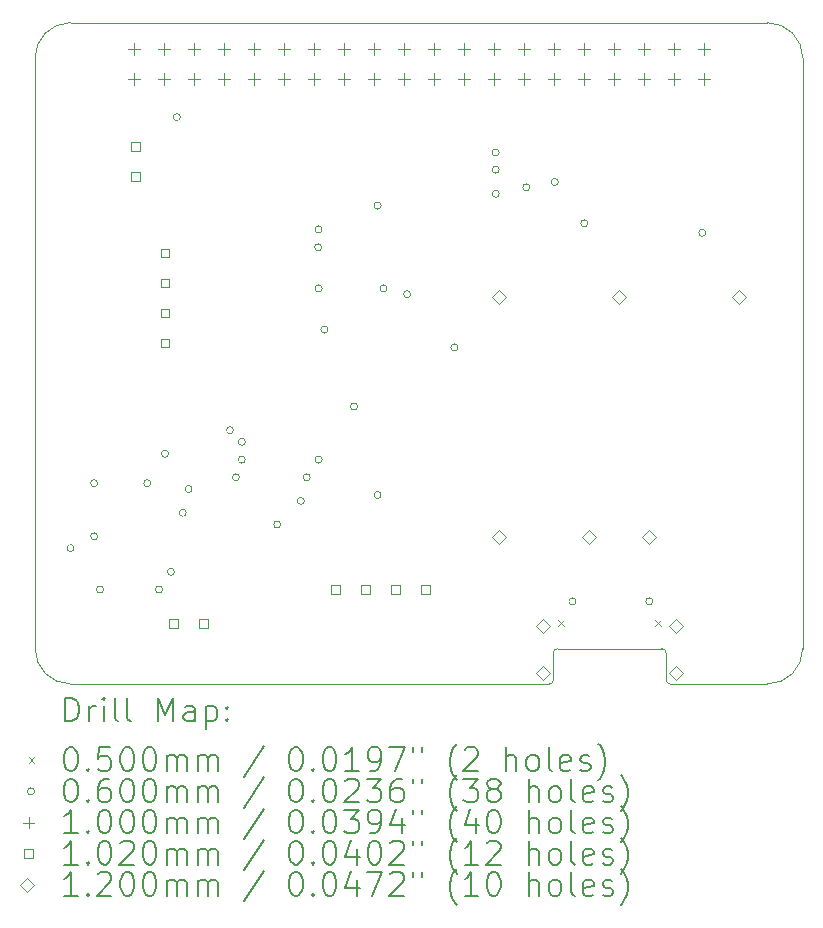
<source format=gbr>
%TF.GenerationSoftware,KiCad,Pcbnew,8.0.2*%
%TF.CreationDate,2024-09-03T17:08:05+02:00*%
%TF.ProjectId,AMS Dongle,414d5320-446f-46e6-976c-652e6b696361,rev?*%
%TF.SameCoordinates,Original*%
%TF.FileFunction,Drillmap*%
%TF.FilePolarity,Positive*%
%FSLAX45Y45*%
G04 Gerber Fmt 4.5, Leading zero omitted, Abs format (unit mm)*
G04 Created by KiCad (PCBNEW 8.0.2) date 2024-09-03 17:08:05*
%MOMM*%
%LPD*%
G01*
G04 APERTURE LIST*
%ADD10C,0.100000*%
%ADD11C,0.200000*%
%ADD12C,0.102000*%
%ADD13C,0.120000*%
G04 APERTURE END LIST*
D10*
X16200000Y-4400000D02*
G75*
G02*
X16500000Y-4700000I0J-300000D01*
G01*
X16500000Y-9700000D02*
X16500000Y-4700000D01*
X14425000Y-9700000D02*
X15305000Y-9700000D01*
X10000000Y-4700000D02*
X10000000Y-6300000D01*
X10000000Y-6300000D02*
X10000000Y-8100000D01*
X14387500Y-9737500D02*
G75*
G02*
X14425000Y-9700000I37500J0D01*
G01*
X14387500Y-9965000D02*
X14387500Y-9737500D01*
X10300000Y-10000000D02*
G75*
G02*
X10000000Y-9700000I0J300000D01*
G01*
X14387500Y-9965000D02*
G75*
G02*
X14352500Y-10000000I-35000J0D01*
G01*
X16050000Y-10000000D02*
X15592500Y-10000000D01*
X13650000Y-10000000D02*
X14137500Y-10000000D01*
X13650000Y-10000000D02*
X10550000Y-10000000D01*
X10300000Y-10000000D02*
X10550000Y-10000000D01*
X14352500Y-10000000D02*
X14137500Y-10000000D01*
X15592500Y-10000000D02*
X15377500Y-10000000D01*
X16050000Y-10000000D02*
X16200000Y-10000000D01*
X15342500Y-9965000D02*
X15342500Y-9737500D01*
X16500000Y-9700000D02*
G75*
G02*
X16200000Y-10000000I-300000J0D01*
G01*
X10000000Y-4700000D02*
G75*
G02*
X10300000Y-4400000I300000J0D01*
G01*
X15377500Y-10000000D02*
G75*
G02*
X15342500Y-9965000I0J35000D01*
G01*
X10000000Y-8100000D02*
X10000000Y-9700000D01*
X15305000Y-9700000D02*
G75*
G02*
X15342500Y-9737500I0J-37500D01*
G01*
X16200000Y-4400000D02*
X10300000Y-4400000D01*
D11*
D10*
X14428000Y-9455000D02*
X14478000Y-9505000D01*
X14478000Y-9455000D02*
X14428000Y-9505000D01*
X15252000Y-9455000D02*
X15302000Y-9505000D01*
X15302000Y-9455000D02*
X15252000Y-9505000D01*
X10330000Y-8850000D02*
G75*
G02*
X10270000Y-8850000I-30000J0D01*
G01*
X10270000Y-8850000D02*
G75*
G02*
X10330000Y-8850000I30000J0D01*
G01*
X10530000Y-8300000D02*
G75*
G02*
X10470000Y-8300000I-30000J0D01*
G01*
X10470000Y-8300000D02*
G75*
G02*
X10530000Y-8300000I30000J0D01*
G01*
X10530000Y-8750000D02*
G75*
G02*
X10470000Y-8750000I-30000J0D01*
G01*
X10470000Y-8750000D02*
G75*
G02*
X10530000Y-8750000I30000J0D01*
G01*
X10580000Y-9200000D02*
G75*
G02*
X10520000Y-9200000I-30000J0D01*
G01*
X10520000Y-9200000D02*
G75*
G02*
X10580000Y-9200000I30000J0D01*
G01*
X10980000Y-8300000D02*
G75*
G02*
X10920000Y-8300000I-30000J0D01*
G01*
X10920000Y-8300000D02*
G75*
G02*
X10980000Y-8300000I30000J0D01*
G01*
X11080000Y-9200000D02*
G75*
G02*
X11020000Y-9200000I-30000J0D01*
G01*
X11020000Y-9200000D02*
G75*
G02*
X11080000Y-9200000I30000J0D01*
G01*
X11130000Y-8050000D02*
G75*
G02*
X11070000Y-8050000I-30000J0D01*
G01*
X11070000Y-8050000D02*
G75*
G02*
X11130000Y-8050000I30000J0D01*
G01*
X11180000Y-9050000D02*
G75*
G02*
X11120000Y-9050000I-30000J0D01*
G01*
X11120000Y-9050000D02*
G75*
G02*
X11180000Y-9050000I30000J0D01*
G01*
X11230000Y-5200000D02*
G75*
G02*
X11170000Y-5200000I-30000J0D01*
G01*
X11170000Y-5200000D02*
G75*
G02*
X11230000Y-5200000I30000J0D01*
G01*
X11280000Y-8550000D02*
G75*
G02*
X11220000Y-8550000I-30000J0D01*
G01*
X11220000Y-8550000D02*
G75*
G02*
X11280000Y-8550000I30000J0D01*
G01*
X11330000Y-8350000D02*
G75*
G02*
X11270000Y-8350000I-30000J0D01*
G01*
X11270000Y-8350000D02*
G75*
G02*
X11330000Y-8350000I30000J0D01*
G01*
X11680000Y-7850000D02*
G75*
G02*
X11620000Y-7850000I-30000J0D01*
G01*
X11620000Y-7850000D02*
G75*
G02*
X11680000Y-7850000I30000J0D01*
G01*
X11730000Y-8250000D02*
G75*
G02*
X11670000Y-8250000I-30000J0D01*
G01*
X11670000Y-8250000D02*
G75*
G02*
X11730000Y-8250000I30000J0D01*
G01*
X11780000Y-7950000D02*
G75*
G02*
X11720000Y-7950000I-30000J0D01*
G01*
X11720000Y-7950000D02*
G75*
G02*
X11780000Y-7950000I30000J0D01*
G01*
X11780000Y-8100000D02*
G75*
G02*
X11720000Y-8100000I-30000J0D01*
G01*
X11720000Y-8100000D02*
G75*
G02*
X11780000Y-8100000I30000J0D01*
G01*
X12080000Y-8650000D02*
G75*
G02*
X12020000Y-8650000I-30000J0D01*
G01*
X12020000Y-8650000D02*
G75*
G02*
X12080000Y-8650000I30000J0D01*
G01*
X12280000Y-8450000D02*
G75*
G02*
X12220000Y-8450000I-30000J0D01*
G01*
X12220000Y-8450000D02*
G75*
G02*
X12280000Y-8450000I30000J0D01*
G01*
X12330000Y-8250000D02*
G75*
G02*
X12270000Y-8250000I-30000J0D01*
G01*
X12270000Y-8250000D02*
G75*
G02*
X12330000Y-8250000I30000J0D01*
G01*
X12426967Y-6303033D02*
G75*
G02*
X12366967Y-6303033I-30000J0D01*
G01*
X12366967Y-6303033D02*
G75*
G02*
X12426967Y-6303033I30000J0D01*
G01*
X12430000Y-6150000D02*
G75*
G02*
X12370000Y-6150000I-30000J0D01*
G01*
X12370000Y-6150000D02*
G75*
G02*
X12430000Y-6150000I30000J0D01*
G01*
X12430000Y-6650000D02*
G75*
G02*
X12370000Y-6650000I-30000J0D01*
G01*
X12370000Y-6650000D02*
G75*
G02*
X12430000Y-6650000I30000J0D01*
G01*
X12430000Y-8100000D02*
G75*
G02*
X12370000Y-8100000I-30000J0D01*
G01*
X12370000Y-8100000D02*
G75*
G02*
X12430000Y-8100000I30000J0D01*
G01*
X12480000Y-7000000D02*
G75*
G02*
X12420000Y-7000000I-30000J0D01*
G01*
X12420000Y-7000000D02*
G75*
G02*
X12480000Y-7000000I30000J0D01*
G01*
X12730000Y-7650000D02*
G75*
G02*
X12670000Y-7650000I-30000J0D01*
G01*
X12670000Y-7650000D02*
G75*
G02*
X12730000Y-7650000I30000J0D01*
G01*
X12930000Y-5950000D02*
G75*
G02*
X12870000Y-5950000I-30000J0D01*
G01*
X12870000Y-5950000D02*
G75*
G02*
X12930000Y-5950000I30000J0D01*
G01*
X12930000Y-8400000D02*
G75*
G02*
X12870000Y-8400000I-30000J0D01*
G01*
X12870000Y-8400000D02*
G75*
G02*
X12930000Y-8400000I30000J0D01*
G01*
X12980000Y-6650000D02*
G75*
G02*
X12920000Y-6650000I-30000J0D01*
G01*
X12920000Y-6650000D02*
G75*
G02*
X12980000Y-6650000I30000J0D01*
G01*
X13180000Y-6700000D02*
G75*
G02*
X13120000Y-6700000I-30000J0D01*
G01*
X13120000Y-6700000D02*
G75*
G02*
X13180000Y-6700000I30000J0D01*
G01*
X13580000Y-7150000D02*
G75*
G02*
X13520000Y-7150000I-30000J0D01*
G01*
X13520000Y-7150000D02*
G75*
G02*
X13580000Y-7150000I30000J0D01*
G01*
X13930000Y-5500000D02*
G75*
G02*
X13870000Y-5500000I-30000J0D01*
G01*
X13870000Y-5500000D02*
G75*
G02*
X13930000Y-5500000I30000J0D01*
G01*
X13930000Y-5645000D02*
G75*
G02*
X13870000Y-5645000I-30000J0D01*
G01*
X13870000Y-5645000D02*
G75*
G02*
X13930000Y-5645000I30000J0D01*
G01*
X13930000Y-5850000D02*
G75*
G02*
X13870000Y-5850000I-30000J0D01*
G01*
X13870000Y-5850000D02*
G75*
G02*
X13930000Y-5850000I30000J0D01*
G01*
X14188720Y-5795105D02*
G75*
G02*
X14128720Y-5795105I-30000J0D01*
G01*
X14128720Y-5795105D02*
G75*
G02*
X14188720Y-5795105I30000J0D01*
G01*
X14430000Y-5750000D02*
G75*
G02*
X14370000Y-5750000I-30000J0D01*
G01*
X14370000Y-5750000D02*
G75*
G02*
X14430000Y-5750000I30000J0D01*
G01*
X14580000Y-9300000D02*
G75*
G02*
X14520000Y-9300000I-30000J0D01*
G01*
X14520000Y-9300000D02*
G75*
G02*
X14580000Y-9300000I30000J0D01*
G01*
X14680000Y-6100000D02*
G75*
G02*
X14620000Y-6100000I-30000J0D01*
G01*
X14620000Y-6100000D02*
G75*
G02*
X14680000Y-6100000I30000J0D01*
G01*
X15230000Y-9300000D02*
G75*
G02*
X15170000Y-9300000I-30000J0D01*
G01*
X15170000Y-9300000D02*
G75*
G02*
X15230000Y-9300000I30000J0D01*
G01*
X15680000Y-6180000D02*
G75*
G02*
X15620000Y-6180000I-30000J0D01*
G01*
X15620000Y-6180000D02*
G75*
G02*
X15680000Y-6180000I30000J0D01*
G01*
X10837000Y-4573000D02*
X10837000Y-4673000D01*
X10787000Y-4623000D02*
X10887000Y-4623000D01*
X10837000Y-4827000D02*
X10837000Y-4927000D01*
X10787000Y-4877000D02*
X10887000Y-4877000D01*
X11091000Y-4573000D02*
X11091000Y-4673000D01*
X11041000Y-4623000D02*
X11141000Y-4623000D01*
X11091000Y-4827000D02*
X11091000Y-4927000D01*
X11041000Y-4877000D02*
X11141000Y-4877000D01*
X11345000Y-4573000D02*
X11345000Y-4673000D01*
X11295000Y-4623000D02*
X11395000Y-4623000D01*
X11345000Y-4827000D02*
X11345000Y-4927000D01*
X11295000Y-4877000D02*
X11395000Y-4877000D01*
X11599000Y-4573000D02*
X11599000Y-4673000D01*
X11549000Y-4623000D02*
X11649000Y-4623000D01*
X11599000Y-4827000D02*
X11599000Y-4927000D01*
X11549000Y-4877000D02*
X11649000Y-4877000D01*
X11853000Y-4573000D02*
X11853000Y-4673000D01*
X11803000Y-4623000D02*
X11903000Y-4623000D01*
X11853000Y-4827000D02*
X11853000Y-4927000D01*
X11803000Y-4877000D02*
X11903000Y-4877000D01*
X12107000Y-4573000D02*
X12107000Y-4673000D01*
X12057000Y-4623000D02*
X12157000Y-4623000D01*
X12107000Y-4827000D02*
X12107000Y-4927000D01*
X12057000Y-4877000D02*
X12157000Y-4877000D01*
X12361000Y-4573000D02*
X12361000Y-4673000D01*
X12311000Y-4623000D02*
X12411000Y-4623000D01*
X12361000Y-4827000D02*
X12361000Y-4927000D01*
X12311000Y-4877000D02*
X12411000Y-4877000D01*
X12615000Y-4573000D02*
X12615000Y-4673000D01*
X12565000Y-4623000D02*
X12665000Y-4623000D01*
X12615000Y-4827000D02*
X12615000Y-4927000D01*
X12565000Y-4877000D02*
X12665000Y-4877000D01*
X12869000Y-4573000D02*
X12869000Y-4673000D01*
X12819000Y-4623000D02*
X12919000Y-4623000D01*
X12869000Y-4827000D02*
X12869000Y-4927000D01*
X12819000Y-4877000D02*
X12919000Y-4877000D01*
X13123000Y-4573000D02*
X13123000Y-4673000D01*
X13073000Y-4623000D02*
X13173000Y-4623000D01*
X13123000Y-4827000D02*
X13123000Y-4927000D01*
X13073000Y-4877000D02*
X13173000Y-4877000D01*
X13377000Y-4573000D02*
X13377000Y-4673000D01*
X13327000Y-4623000D02*
X13427000Y-4623000D01*
X13377000Y-4827000D02*
X13377000Y-4927000D01*
X13327000Y-4877000D02*
X13427000Y-4877000D01*
X13631000Y-4573000D02*
X13631000Y-4673000D01*
X13581000Y-4623000D02*
X13681000Y-4623000D01*
X13631000Y-4827000D02*
X13631000Y-4927000D01*
X13581000Y-4877000D02*
X13681000Y-4877000D01*
X13885000Y-4573000D02*
X13885000Y-4673000D01*
X13835000Y-4623000D02*
X13935000Y-4623000D01*
X13885000Y-4827000D02*
X13885000Y-4927000D01*
X13835000Y-4877000D02*
X13935000Y-4877000D01*
X14139000Y-4573000D02*
X14139000Y-4673000D01*
X14089000Y-4623000D02*
X14189000Y-4623000D01*
X14139000Y-4827000D02*
X14139000Y-4927000D01*
X14089000Y-4877000D02*
X14189000Y-4877000D01*
X14393000Y-4573000D02*
X14393000Y-4673000D01*
X14343000Y-4623000D02*
X14443000Y-4623000D01*
X14393000Y-4827000D02*
X14393000Y-4927000D01*
X14343000Y-4877000D02*
X14443000Y-4877000D01*
X14647000Y-4573000D02*
X14647000Y-4673000D01*
X14597000Y-4623000D02*
X14697000Y-4623000D01*
X14647000Y-4827000D02*
X14647000Y-4927000D01*
X14597000Y-4877000D02*
X14697000Y-4877000D01*
X14901000Y-4573000D02*
X14901000Y-4673000D01*
X14851000Y-4623000D02*
X14951000Y-4623000D01*
X14901000Y-4827000D02*
X14901000Y-4927000D01*
X14851000Y-4877000D02*
X14951000Y-4877000D01*
X15155000Y-4573000D02*
X15155000Y-4673000D01*
X15105000Y-4623000D02*
X15205000Y-4623000D01*
X15155000Y-4827000D02*
X15155000Y-4927000D01*
X15105000Y-4877000D02*
X15205000Y-4877000D01*
X15409000Y-4573000D02*
X15409000Y-4673000D01*
X15359000Y-4623000D02*
X15459000Y-4623000D01*
X15409000Y-4827000D02*
X15409000Y-4927000D01*
X15359000Y-4877000D02*
X15459000Y-4877000D01*
X15663000Y-4573000D02*
X15663000Y-4673000D01*
X15613000Y-4623000D02*
X15713000Y-4623000D01*
X15663000Y-4827000D02*
X15663000Y-4927000D01*
X15613000Y-4877000D02*
X15713000Y-4877000D01*
D12*
X10886063Y-5486063D02*
X10886063Y-5413937D01*
X10813937Y-5413937D01*
X10813937Y-5486063D01*
X10886063Y-5486063D01*
X10886063Y-5740063D02*
X10886063Y-5667937D01*
X10813937Y-5667937D01*
X10813937Y-5740063D01*
X10886063Y-5740063D01*
X11136063Y-6386063D02*
X11136063Y-6313937D01*
X11063937Y-6313937D01*
X11063937Y-6386063D01*
X11136063Y-6386063D01*
X11136063Y-6640063D02*
X11136063Y-6567937D01*
X11063937Y-6567937D01*
X11063937Y-6640063D01*
X11136063Y-6640063D01*
X11136063Y-6894063D02*
X11136063Y-6821937D01*
X11063937Y-6821937D01*
X11063937Y-6894063D01*
X11136063Y-6894063D01*
X11136063Y-7148063D02*
X11136063Y-7075937D01*
X11063937Y-7075937D01*
X11063937Y-7148063D01*
X11136063Y-7148063D01*
X11209063Y-9521713D02*
X11209063Y-9449587D01*
X11136937Y-9449587D01*
X11136937Y-9521713D01*
X11209063Y-9521713D01*
X11463063Y-9521713D02*
X11463063Y-9449587D01*
X11390937Y-9449587D01*
X11390937Y-9521713D01*
X11463063Y-9521713D01*
X12578063Y-9236063D02*
X12578063Y-9163937D01*
X12505937Y-9163937D01*
X12505937Y-9236063D01*
X12578063Y-9236063D01*
X12832063Y-9236063D02*
X12832063Y-9163937D01*
X12759937Y-9163937D01*
X12759937Y-9236063D01*
X12832063Y-9236063D01*
X13086063Y-9236063D02*
X13086063Y-9163937D01*
X13013937Y-9163937D01*
X13013937Y-9236063D01*
X13086063Y-9236063D01*
X13340063Y-9236063D02*
X13340063Y-9163937D01*
X13267937Y-9163937D01*
X13267937Y-9236063D01*
X13340063Y-9236063D01*
D13*
X13930000Y-6784000D02*
X13990000Y-6724000D01*
X13930000Y-6664000D01*
X13870000Y-6724000D01*
X13930000Y-6784000D01*
X13930000Y-8816000D02*
X13990000Y-8756000D01*
X13930000Y-8696000D01*
X13870000Y-8756000D01*
X13930000Y-8816000D01*
X14300000Y-9570000D02*
X14360000Y-9510000D01*
X14300000Y-9450000D01*
X14240000Y-9510000D01*
X14300000Y-9570000D01*
X14300000Y-9970000D02*
X14360000Y-9910000D01*
X14300000Y-9850000D01*
X14240000Y-9910000D01*
X14300000Y-9970000D01*
X14692000Y-8816000D02*
X14752000Y-8756000D01*
X14692000Y-8696000D01*
X14632000Y-8756000D01*
X14692000Y-8816000D01*
X14946000Y-6784000D02*
X15006000Y-6724000D01*
X14946000Y-6664000D01*
X14886000Y-6724000D01*
X14946000Y-6784000D01*
X15200000Y-8816000D02*
X15260000Y-8756000D01*
X15200000Y-8696000D01*
X15140000Y-8756000D01*
X15200000Y-8816000D01*
X15430000Y-9570000D02*
X15490000Y-9510000D01*
X15430000Y-9450000D01*
X15370000Y-9510000D01*
X15430000Y-9570000D01*
X15430000Y-9970000D02*
X15490000Y-9910000D01*
X15430000Y-9850000D01*
X15370000Y-9910000D01*
X15430000Y-9970000D01*
X15962000Y-6784000D02*
X16022000Y-6724000D01*
X15962000Y-6664000D01*
X15902000Y-6724000D01*
X15962000Y-6784000D01*
D11*
X10255777Y-10316484D02*
X10255777Y-10116484D01*
X10255777Y-10116484D02*
X10303396Y-10116484D01*
X10303396Y-10116484D02*
X10331967Y-10126008D01*
X10331967Y-10126008D02*
X10351015Y-10145055D01*
X10351015Y-10145055D02*
X10360539Y-10164103D01*
X10360539Y-10164103D02*
X10370063Y-10202198D01*
X10370063Y-10202198D02*
X10370063Y-10230770D01*
X10370063Y-10230770D02*
X10360539Y-10268865D01*
X10360539Y-10268865D02*
X10351015Y-10287912D01*
X10351015Y-10287912D02*
X10331967Y-10306960D01*
X10331967Y-10306960D02*
X10303396Y-10316484D01*
X10303396Y-10316484D02*
X10255777Y-10316484D01*
X10455777Y-10316484D02*
X10455777Y-10183150D01*
X10455777Y-10221246D02*
X10465301Y-10202198D01*
X10465301Y-10202198D02*
X10474824Y-10192674D01*
X10474824Y-10192674D02*
X10493872Y-10183150D01*
X10493872Y-10183150D02*
X10512920Y-10183150D01*
X10579586Y-10316484D02*
X10579586Y-10183150D01*
X10579586Y-10116484D02*
X10570063Y-10126008D01*
X10570063Y-10126008D02*
X10579586Y-10135531D01*
X10579586Y-10135531D02*
X10589110Y-10126008D01*
X10589110Y-10126008D02*
X10579586Y-10116484D01*
X10579586Y-10116484D02*
X10579586Y-10135531D01*
X10703396Y-10316484D02*
X10684348Y-10306960D01*
X10684348Y-10306960D02*
X10674824Y-10287912D01*
X10674824Y-10287912D02*
X10674824Y-10116484D01*
X10808158Y-10316484D02*
X10789110Y-10306960D01*
X10789110Y-10306960D02*
X10779586Y-10287912D01*
X10779586Y-10287912D02*
X10779586Y-10116484D01*
X11036729Y-10316484D02*
X11036729Y-10116484D01*
X11036729Y-10116484D02*
X11103396Y-10259341D01*
X11103396Y-10259341D02*
X11170063Y-10116484D01*
X11170063Y-10116484D02*
X11170063Y-10316484D01*
X11351015Y-10316484D02*
X11351015Y-10211722D01*
X11351015Y-10211722D02*
X11341491Y-10192674D01*
X11341491Y-10192674D02*
X11322443Y-10183150D01*
X11322443Y-10183150D02*
X11284348Y-10183150D01*
X11284348Y-10183150D02*
X11265301Y-10192674D01*
X11351015Y-10306960D02*
X11331967Y-10316484D01*
X11331967Y-10316484D02*
X11284348Y-10316484D01*
X11284348Y-10316484D02*
X11265301Y-10306960D01*
X11265301Y-10306960D02*
X11255777Y-10287912D01*
X11255777Y-10287912D02*
X11255777Y-10268865D01*
X11255777Y-10268865D02*
X11265301Y-10249817D01*
X11265301Y-10249817D02*
X11284348Y-10240293D01*
X11284348Y-10240293D02*
X11331967Y-10240293D01*
X11331967Y-10240293D02*
X11351015Y-10230770D01*
X11446253Y-10183150D02*
X11446253Y-10383150D01*
X11446253Y-10192674D02*
X11465301Y-10183150D01*
X11465301Y-10183150D02*
X11503396Y-10183150D01*
X11503396Y-10183150D02*
X11522443Y-10192674D01*
X11522443Y-10192674D02*
X11531967Y-10202198D01*
X11531967Y-10202198D02*
X11541491Y-10221246D01*
X11541491Y-10221246D02*
X11541491Y-10278389D01*
X11541491Y-10278389D02*
X11531967Y-10297436D01*
X11531967Y-10297436D02*
X11522443Y-10306960D01*
X11522443Y-10306960D02*
X11503396Y-10316484D01*
X11503396Y-10316484D02*
X11465301Y-10316484D01*
X11465301Y-10316484D02*
X11446253Y-10306960D01*
X11627205Y-10297436D02*
X11636729Y-10306960D01*
X11636729Y-10306960D02*
X11627205Y-10316484D01*
X11627205Y-10316484D02*
X11617682Y-10306960D01*
X11617682Y-10306960D02*
X11627205Y-10297436D01*
X11627205Y-10297436D02*
X11627205Y-10316484D01*
X11627205Y-10192674D02*
X11636729Y-10202198D01*
X11636729Y-10202198D02*
X11627205Y-10211722D01*
X11627205Y-10211722D02*
X11617682Y-10202198D01*
X11617682Y-10202198D02*
X11627205Y-10192674D01*
X11627205Y-10192674D02*
X11627205Y-10211722D01*
D10*
X9945000Y-10620000D02*
X9995000Y-10670000D01*
X9995000Y-10620000D02*
X9945000Y-10670000D01*
D11*
X10293872Y-10536484D02*
X10312920Y-10536484D01*
X10312920Y-10536484D02*
X10331967Y-10546008D01*
X10331967Y-10546008D02*
X10341491Y-10555531D01*
X10341491Y-10555531D02*
X10351015Y-10574579D01*
X10351015Y-10574579D02*
X10360539Y-10612674D01*
X10360539Y-10612674D02*
X10360539Y-10660293D01*
X10360539Y-10660293D02*
X10351015Y-10698389D01*
X10351015Y-10698389D02*
X10341491Y-10717436D01*
X10341491Y-10717436D02*
X10331967Y-10726960D01*
X10331967Y-10726960D02*
X10312920Y-10736484D01*
X10312920Y-10736484D02*
X10293872Y-10736484D01*
X10293872Y-10736484D02*
X10274824Y-10726960D01*
X10274824Y-10726960D02*
X10265301Y-10717436D01*
X10265301Y-10717436D02*
X10255777Y-10698389D01*
X10255777Y-10698389D02*
X10246253Y-10660293D01*
X10246253Y-10660293D02*
X10246253Y-10612674D01*
X10246253Y-10612674D02*
X10255777Y-10574579D01*
X10255777Y-10574579D02*
X10265301Y-10555531D01*
X10265301Y-10555531D02*
X10274824Y-10546008D01*
X10274824Y-10546008D02*
X10293872Y-10536484D01*
X10446253Y-10717436D02*
X10455777Y-10726960D01*
X10455777Y-10726960D02*
X10446253Y-10736484D01*
X10446253Y-10736484D02*
X10436729Y-10726960D01*
X10436729Y-10726960D02*
X10446253Y-10717436D01*
X10446253Y-10717436D02*
X10446253Y-10736484D01*
X10636729Y-10536484D02*
X10541491Y-10536484D01*
X10541491Y-10536484D02*
X10531967Y-10631722D01*
X10531967Y-10631722D02*
X10541491Y-10622198D01*
X10541491Y-10622198D02*
X10560539Y-10612674D01*
X10560539Y-10612674D02*
X10608158Y-10612674D01*
X10608158Y-10612674D02*
X10627205Y-10622198D01*
X10627205Y-10622198D02*
X10636729Y-10631722D01*
X10636729Y-10631722D02*
X10646253Y-10650770D01*
X10646253Y-10650770D02*
X10646253Y-10698389D01*
X10646253Y-10698389D02*
X10636729Y-10717436D01*
X10636729Y-10717436D02*
X10627205Y-10726960D01*
X10627205Y-10726960D02*
X10608158Y-10736484D01*
X10608158Y-10736484D02*
X10560539Y-10736484D01*
X10560539Y-10736484D02*
X10541491Y-10726960D01*
X10541491Y-10726960D02*
X10531967Y-10717436D01*
X10770063Y-10536484D02*
X10789110Y-10536484D01*
X10789110Y-10536484D02*
X10808158Y-10546008D01*
X10808158Y-10546008D02*
X10817682Y-10555531D01*
X10817682Y-10555531D02*
X10827205Y-10574579D01*
X10827205Y-10574579D02*
X10836729Y-10612674D01*
X10836729Y-10612674D02*
X10836729Y-10660293D01*
X10836729Y-10660293D02*
X10827205Y-10698389D01*
X10827205Y-10698389D02*
X10817682Y-10717436D01*
X10817682Y-10717436D02*
X10808158Y-10726960D01*
X10808158Y-10726960D02*
X10789110Y-10736484D01*
X10789110Y-10736484D02*
X10770063Y-10736484D01*
X10770063Y-10736484D02*
X10751015Y-10726960D01*
X10751015Y-10726960D02*
X10741491Y-10717436D01*
X10741491Y-10717436D02*
X10731967Y-10698389D01*
X10731967Y-10698389D02*
X10722444Y-10660293D01*
X10722444Y-10660293D02*
X10722444Y-10612674D01*
X10722444Y-10612674D02*
X10731967Y-10574579D01*
X10731967Y-10574579D02*
X10741491Y-10555531D01*
X10741491Y-10555531D02*
X10751015Y-10546008D01*
X10751015Y-10546008D02*
X10770063Y-10536484D01*
X10960539Y-10536484D02*
X10979586Y-10536484D01*
X10979586Y-10536484D02*
X10998634Y-10546008D01*
X10998634Y-10546008D02*
X11008158Y-10555531D01*
X11008158Y-10555531D02*
X11017682Y-10574579D01*
X11017682Y-10574579D02*
X11027205Y-10612674D01*
X11027205Y-10612674D02*
X11027205Y-10660293D01*
X11027205Y-10660293D02*
X11017682Y-10698389D01*
X11017682Y-10698389D02*
X11008158Y-10717436D01*
X11008158Y-10717436D02*
X10998634Y-10726960D01*
X10998634Y-10726960D02*
X10979586Y-10736484D01*
X10979586Y-10736484D02*
X10960539Y-10736484D01*
X10960539Y-10736484D02*
X10941491Y-10726960D01*
X10941491Y-10726960D02*
X10931967Y-10717436D01*
X10931967Y-10717436D02*
X10922444Y-10698389D01*
X10922444Y-10698389D02*
X10912920Y-10660293D01*
X10912920Y-10660293D02*
X10912920Y-10612674D01*
X10912920Y-10612674D02*
X10922444Y-10574579D01*
X10922444Y-10574579D02*
X10931967Y-10555531D01*
X10931967Y-10555531D02*
X10941491Y-10546008D01*
X10941491Y-10546008D02*
X10960539Y-10536484D01*
X11112920Y-10736484D02*
X11112920Y-10603150D01*
X11112920Y-10622198D02*
X11122444Y-10612674D01*
X11122444Y-10612674D02*
X11141491Y-10603150D01*
X11141491Y-10603150D02*
X11170063Y-10603150D01*
X11170063Y-10603150D02*
X11189110Y-10612674D01*
X11189110Y-10612674D02*
X11198634Y-10631722D01*
X11198634Y-10631722D02*
X11198634Y-10736484D01*
X11198634Y-10631722D02*
X11208158Y-10612674D01*
X11208158Y-10612674D02*
X11227205Y-10603150D01*
X11227205Y-10603150D02*
X11255777Y-10603150D01*
X11255777Y-10603150D02*
X11274824Y-10612674D01*
X11274824Y-10612674D02*
X11284348Y-10631722D01*
X11284348Y-10631722D02*
X11284348Y-10736484D01*
X11379586Y-10736484D02*
X11379586Y-10603150D01*
X11379586Y-10622198D02*
X11389110Y-10612674D01*
X11389110Y-10612674D02*
X11408158Y-10603150D01*
X11408158Y-10603150D02*
X11436729Y-10603150D01*
X11436729Y-10603150D02*
X11455777Y-10612674D01*
X11455777Y-10612674D02*
X11465301Y-10631722D01*
X11465301Y-10631722D02*
X11465301Y-10736484D01*
X11465301Y-10631722D02*
X11474824Y-10612674D01*
X11474824Y-10612674D02*
X11493872Y-10603150D01*
X11493872Y-10603150D02*
X11522443Y-10603150D01*
X11522443Y-10603150D02*
X11541491Y-10612674D01*
X11541491Y-10612674D02*
X11551015Y-10631722D01*
X11551015Y-10631722D02*
X11551015Y-10736484D01*
X11941491Y-10526960D02*
X11770063Y-10784103D01*
X12198634Y-10536484D02*
X12217682Y-10536484D01*
X12217682Y-10536484D02*
X12236729Y-10546008D01*
X12236729Y-10546008D02*
X12246253Y-10555531D01*
X12246253Y-10555531D02*
X12255777Y-10574579D01*
X12255777Y-10574579D02*
X12265301Y-10612674D01*
X12265301Y-10612674D02*
X12265301Y-10660293D01*
X12265301Y-10660293D02*
X12255777Y-10698389D01*
X12255777Y-10698389D02*
X12246253Y-10717436D01*
X12246253Y-10717436D02*
X12236729Y-10726960D01*
X12236729Y-10726960D02*
X12217682Y-10736484D01*
X12217682Y-10736484D02*
X12198634Y-10736484D01*
X12198634Y-10736484D02*
X12179586Y-10726960D01*
X12179586Y-10726960D02*
X12170063Y-10717436D01*
X12170063Y-10717436D02*
X12160539Y-10698389D01*
X12160539Y-10698389D02*
X12151015Y-10660293D01*
X12151015Y-10660293D02*
X12151015Y-10612674D01*
X12151015Y-10612674D02*
X12160539Y-10574579D01*
X12160539Y-10574579D02*
X12170063Y-10555531D01*
X12170063Y-10555531D02*
X12179586Y-10546008D01*
X12179586Y-10546008D02*
X12198634Y-10536484D01*
X12351015Y-10717436D02*
X12360539Y-10726960D01*
X12360539Y-10726960D02*
X12351015Y-10736484D01*
X12351015Y-10736484D02*
X12341491Y-10726960D01*
X12341491Y-10726960D02*
X12351015Y-10717436D01*
X12351015Y-10717436D02*
X12351015Y-10736484D01*
X12484348Y-10536484D02*
X12503396Y-10536484D01*
X12503396Y-10536484D02*
X12522444Y-10546008D01*
X12522444Y-10546008D02*
X12531967Y-10555531D01*
X12531967Y-10555531D02*
X12541491Y-10574579D01*
X12541491Y-10574579D02*
X12551015Y-10612674D01*
X12551015Y-10612674D02*
X12551015Y-10660293D01*
X12551015Y-10660293D02*
X12541491Y-10698389D01*
X12541491Y-10698389D02*
X12531967Y-10717436D01*
X12531967Y-10717436D02*
X12522444Y-10726960D01*
X12522444Y-10726960D02*
X12503396Y-10736484D01*
X12503396Y-10736484D02*
X12484348Y-10736484D01*
X12484348Y-10736484D02*
X12465301Y-10726960D01*
X12465301Y-10726960D02*
X12455777Y-10717436D01*
X12455777Y-10717436D02*
X12446253Y-10698389D01*
X12446253Y-10698389D02*
X12436729Y-10660293D01*
X12436729Y-10660293D02*
X12436729Y-10612674D01*
X12436729Y-10612674D02*
X12446253Y-10574579D01*
X12446253Y-10574579D02*
X12455777Y-10555531D01*
X12455777Y-10555531D02*
X12465301Y-10546008D01*
X12465301Y-10546008D02*
X12484348Y-10536484D01*
X12741491Y-10736484D02*
X12627206Y-10736484D01*
X12684348Y-10736484D02*
X12684348Y-10536484D01*
X12684348Y-10536484D02*
X12665301Y-10565055D01*
X12665301Y-10565055D02*
X12646253Y-10584103D01*
X12646253Y-10584103D02*
X12627206Y-10593627D01*
X12836729Y-10736484D02*
X12874825Y-10736484D01*
X12874825Y-10736484D02*
X12893872Y-10726960D01*
X12893872Y-10726960D02*
X12903396Y-10717436D01*
X12903396Y-10717436D02*
X12922444Y-10688865D01*
X12922444Y-10688865D02*
X12931967Y-10650770D01*
X12931967Y-10650770D02*
X12931967Y-10574579D01*
X12931967Y-10574579D02*
X12922444Y-10555531D01*
X12922444Y-10555531D02*
X12912920Y-10546008D01*
X12912920Y-10546008D02*
X12893872Y-10536484D01*
X12893872Y-10536484D02*
X12855777Y-10536484D01*
X12855777Y-10536484D02*
X12836729Y-10546008D01*
X12836729Y-10546008D02*
X12827206Y-10555531D01*
X12827206Y-10555531D02*
X12817682Y-10574579D01*
X12817682Y-10574579D02*
X12817682Y-10622198D01*
X12817682Y-10622198D02*
X12827206Y-10641246D01*
X12827206Y-10641246D02*
X12836729Y-10650770D01*
X12836729Y-10650770D02*
X12855777Y-10660293D01*
X12855777Y-10660293D02*
X12893872Y-10660293D01*
X12893872Y-10660293D02*
X12912920Y-10650770D01*
X12912920Y-10650770D02*
X12922444Y-10641246D01*
X12922444Y-10641246D02*
X12931967Y-10622198D01*
X12998634Y-10536484D02*
X13131967Y-10536484D01*
X13131967Y-10536484D02*
X13046253Y-10736484D01*
X13198634Y-10536484D02*
X13198634Y-10574579D01*
X13274825Y-10536484D02*
X13274825Y-10574579D01*
X13570063Y-10812674D02*
X13560539Y-10803150D01*
X13560539Y-10803150D02*
X13541491Y-10774579D01*
X13541491Y-10774579D02*
X13531968Y-10755531D01*
X13531968Y-10755531D02*
X13522444Y-10726960D01*
X13522444Y-10726960D02*
X13512920Y-10679341D01*
X13512920Y-10679341D02*
X13512920Y-10641246D01*
X13512920Y-10641246D02*
X13522444Y-10593627D01*
X13522444Y-10593627D02*
X13531968Y-10565055D01*
X13531968Y-10565055D02*
X13541491Y-10546008D01*
X13541491Y-10546008D02*
X13560539Y-10517436D01*
X13560539Y-10517436D02*
X13570063Y-10507912D01*
X13636729Y-10555531D02*
X13646253Y-10546008D01*
X13646253Y-10546008D02*
X13665301Y-10536484D01*
X13665301Y-10536484D02*
X13712920Y-10536484D01*
X13712920Y-10536484D02*
X13731968Y-10546008D01*
X13731968Y-10546008D02*
X13741491Y-10555531D01*
X13741491Y-10555531D02*
X13751015Y-10574579D01*
X13751015Y-10574579D02*
X13751015Y-10593627D01*
X13751015Y-10593627D02*
X13741491Y-10622198D01*
X13741491Y-10622198D02*
X13627206Y-10736484D01*
X13627206Y-10736484D02*
X13751015Y-10736484D01*
X13989110Y-10736484D02*
X13989110Y-10536484D01*
X14074825Y-10736484D02*
X14074825Y-10631722D01*
X14074825Y-10631722D02*
X14065301Y-10612674D01*
X14065301Y-10612674D02*
X14046253Y-10603150D01*
X14046253Y-10603150D02*
X14017682Y-10603150D01*
X14017682Y-10603150D02*
X13998634Y-10612674D01*
X13998634Y-10612674D02*
X13989110Y-10622198D01*
X14198634Y-10736484D02*
X14179587Y-10726960D01*
X14179587Y-10726960D02*
X14170063Y-10717436D01*
X14170063Y-10717436D02*
X14160539Y-10698389D01*
X14160539Y-10698389D02*
X14160539Y-10641246D01*
X14160539Y-10641246D02*
X14170063Y-10622198D01*
X14170063Y-10622198D02*
X14179587Y-10612674D01*
X14179587Y-10612674D02*
X14198634Y-10603150D01*
X14198634Y-10603150D02*
X14227206Y-10603150D01*
X14227206Y-10603150D02*
X14246253Y-10612674D01*
X14246253Y-10612674D02*
X14255777Y-10622198D01*
X14255777Y-10622198D02*
X14265301Y-10641246D01*
X14265301Y-10641246D02*
X14265301Y-10698389D01*
X14265301Y-10698389D02*
X14255777Y-10717436D01*
X14255777Y-10717436D02*
X14246253Y-10726960D01*
X14246253Y-10726960D02*
X14227206Y-10736484D01*
X14227206Y-10736484D02*
X14198634Y-10736484D01*
X14379587Y-10736484D02*
X14360539Y-10726960D01*
X14360539Y-10726960D02*
X14351015Y-10707912D01*
X14351015Y-10707912D02*
X14351015Y-10536484D01*
X14531968Y-10726960D02*
X14512920Y-10736484D01*
X14512920Y-10736484D02*
X14474825Y-10736484D01*
X14474825Y-10736484D02*
X14455777Y-10726960D01*
X14455777Y-10726960D02*
X14446253Y-10707912D01*
X14446253Y-10707912D02*
X14446253Y-10631722D01*
X14446253Y-10631722D02*
X14455777Y-10612674D01*
X14455777Y-10612674D02*
X14474825Y-10603150D01*
X14474825Y-10603150D02*
X14512920Y-10603150D01*
X14512920Y-10603150D02*
X14531968Y-10612674D01*
X14531968Y-10612674D02*
X14541491Y-10631722D01*
X14541491Y-10631722D02*
X14541491Y-10650770D01*
X14541491Y-10650770D02*
X14446253Y-10669817D01*
X14617682Y-10726960D02*
X14636730Y-10736484D01*
X14636730Y-10736484D02*
X14674825Y-10736484D01*
X14674825Y-10736484D02*
X14693872Y-10726960D01*
X14693872Y-10726960D02*
X14703396Y-10707912D01*
X14703396Y-10707912D02*
X14703396Y-10698389D01*
X14703396Y-10698389D02*
X14693872Y-10679341D01*
X14693872Y-10679341D02*
X14674825Y-10669817D01*
X14674825Y-10669817D02*
X14646253Y-10669817D01*
X14646253Y-10669817D02*
X14627206Y-10660293D01*
X14627206Y-10660293D02*
X14617682Y-10641246D01*
X14617682Y-10641246D02*
X14617682Y-10631722D01*
X14617682Y-10631722D02*
X14627206Y-10612674D01*
X14627206Y-10612674D02*
X14646253Y-10603150D01*
X14646253Y-10603150D02*
X14674825Y-10603150D01*
X14674825Y-10603150D02*
X14693872Y-10612674D01*
X14770063Y-10812674D02*
X14779587Y-10803150D01*
X14779587Y-10803150D02*
X14798634Y-10774579D01*
X14798634Y-10774579D02*
X14808158Y-10755531D01*
X14808158Y-10755531D02*
X14817682Y-10726960D01*
X14817682Y-10726960D02*
X14827206Y-10679341D01*
X14827206Y-10679341D02*
X14827206Y-10641246D01*
X14827206Y-10641246D02*
X14817682Y-10593627D01*
X14817682Y-10593627D02*
X14808158Y-10565055D01*
X14808158Y-10565055D02*
X14798634Y-10546008D01*
X14798634Y-10546008D02*
X14779587Y-10517436D01*
X14779587Y-10517436D02*
X14770063Y-10507912D01*
D10*
X9995000Y-10909000D02*
G75*
G02*
X9935000Y-10909000I-30000J0D01*
G01*
X9935000Y-10909000D02*
G75*
G02*
X9995000Y-10909000I30000J0D01*
G01*
D11*
X10293872Y-10800484D02*
X10312920Y-10800484D01*
X10312920Y-10800484D02*
X10331967Y-10810008D01*
X10331967Y-10810008D02*
X10341491Y-10819531D01*
X10341491Y-10819531D02*
X10351015Y-10838579D01*
X10351015Y-10838579D02*
X10360539Y-10876674D01*
X10360539Y-10876674D02*
X10360539Y-10924293D01*
X10360539Y-10924293D02*
X10351015Y-10962389D01*
X10351015Y-10962389D02*
X10341491Y-10981436D01*
X10341491Y-10981436D02*
X10331967Y-10990960D01*
X10331967Y-10990960D02*
X10312920Y-11000484D01*
X10312920Y-11000484D02*
X10293872Y-11000484D01*
X10293872Y-11000484D02*
X10274824Y-10990960D01*
X10274824Y-10990960D02*
X10265301Y-10981436D01*
X10265301Y-10981436D02*
X10255777Y-10962389D01*
X10255777Y-10962389D02*
X10246253Y-10924293D01*
X10246253Y-10924293D02*
X10246253Y-10876674D01*
X10246253Y-10876674D02*
X10255777Y-10838579D01*
X10255777Y-10838579D02*
X10265301Y-10819531D01*
X10265301Y-10819531D02*
X10274824Y-10810008D01*
X10274824Y-10810008D02*
X10293872Y-10800484D01*
X10446253Y-10981436D02*
X10455777Y-10990960D01*
X10455777Y-10990960D02*
X10446253Y-11000484D01*
X10446253Y-11000484D02*
X10436729Y-10990960D01*
X10436729Y-10990960D02*
X10446253Y-10981436D01*
X10446253Y-10981436D02*
X10446253Y-11000484D01*
X10627205Y-10800484D02*
X10589110Y-10800484D01*
X10589110Y-10800484D02*
X10570063Y-10810008D01*
X10570063Y-10810008D02*
X10560539Y-10819531D01*
X10560539Y-10819531D02*
X10541491Y-10848103D01*
X10541491Y-10848103D02*
X10531967Y-10886198D01*
X10531967Y-10886198D02*
X10531967Y-10962389D01*
X10531967Y-10962389D02*
X10541491Y-10981436D01*
X10541491Y-10981436D02*
X10551015Y-10990960D01*
X10551015Y-10990960D02*
X10570063Y-11000484D01*
X10570063Y-11000484D02*
X10608158Y-11000484D01*
X10608158Y-11000484D02*
X10627205Y-10990960D01*
X10627205Y-10990960D02*
X10636729Y-10981436D01*
X10636729Y-10981436D02*
X10646253Y-10962389D01*
X10646253Y-10962389D02*
X10646253Y-10914770D01*
X10646253Y-10914770D02*
X10636729Y-10895722D01*
X10636729Y-10895722D02*
X10627205Y-10886198D01*
X10627205Y-10886198D02*
X10608158Y-10876674D01*
X10608158Y-10876674D02*
X10570063Y-10876674D01*
X10570063Y-10876674D02*
X10551015Y-10886198D01*
X10551015Y-10886198D02*
X10541491Y-10895722D01*
X10541491Y-10895722D02*
X10531967Y-10914770D01*
X10770063Y-10800484D02*
X10789110Y-10800484D01*
X10789110Y-10800484D02*
X10808158Y-10810008D01*
X10808158Y-10810008D02*
X10817682Y-10819531D01*
X10817682Y-10819531D02*
X10827205Y-10838579D01*
X10827205Y-10838579D02*
X10836729Y-10876674D01*
X10836729Y-10876674D02*
X10836729Y-10924293D01*
X10836729Y-10924293D02*
X10827205Y-10962389D01*
X10827205Y-10962389D02*
X10817682Y-10981436D01*
X10817682Y-10981436D02*
X10808158Y-10990960D01*
X10808158Y-10990960D02*
X10789110Y-11000484D01*
X10789110Y-11000484D02*
X10770063Y-11000484D01*
X10770063Y-11000484D02*
X10751015Y-10990960D01*
X10751015Y-10990960D02*
X10741491Y-10981436D01*
X10741491Y-10981436D02*
X10731967Y-10962389D01*
X10731967Y-10962389D02*
X10722444Y-10924293D01*
X10722444Y-10924293D02*
X10722444Y-10876674D01*
X10722444Y-10876674D02*
X10731967Y-10838579D01*
X10731967Y-10838579D02*
X10741491Y-10819531D01*
X10741491Y-10819531D02*
X10751015Y-10810008D01*
X10751015Y-10810008D02*
X10770063Y-10800484D01*
X10960539Y-10800484D02*
X10979586Y-10800484D01*
X10979586Y-10800484D02*
X10998634Y-10810008D01*
X10998634Y-10810008D02*
X11008158Y-10819531D01*
X11008158Y-10819531D02*
X11017682Y-10838579D01*
X11017682Y-10838579D02*
X11027205Y-10876674D01*
X11027205Y-10876674D02*
X11027205Y-10924293D01*
X11027205Y-10924293D02*
X11017682Y-10962389D01*
X11017682Y-10962389D02*
X11008158Y-10981436D01*
X11008158Y-10981436D02*
X10998634Y-10990960D01*
X10998634Y-10990960D02*
X10979586Y-11000484D01*
X10979586Y-11000484D02*
X10960539Y-11000484D01*
X10960539Y-11000484D02*
X10941491Y-10990960D01*
X10941491Y-10990960D02*
X10931967Y-10981436D01*
X10931967Y-10981436D02*
X10922444Y-10962389D01*
X10922444Y-10962389D02*
X10912920Y-10924293D01*
X10912920Y-10924293D02*
X10912920Y-10876674D01*
X10912920Y-10876674D02*
X10922444Y-10838579D01*
X10922444Y-10838579D02*
X10931967Y-10819531D01*
X10931967Y-10819531D02*
X10941491Y-10810008D01*
X10941491Y-10810008D02*
X10960539Y-10800484D01*
X11112920Y-11000484D02*
X11112920Y-10867150D01*
X11112920Y-10886198D02*
X11122444Y-10876674D01*
X11122444Y-10876674D02*
X11141491Y-10867150D01*
X11141491Y-10867150D02*
X11170063Y-10867150D01*
X11170063Y-10867150D02*
X11189110Y-10876674D01*
X11189110Y-10876674D02*
X11198634Y-10895722D01*
X11198634Y-10895722D02*
X11198634Y-11000484D01*
X11198634Y-10895722D02*
X11208158Y-10876674D01*
X11208158Y-10876674D02*
X11227205Y-10867150D01*
X11227205Y-10867150D02*
X11255777Y-10867150D01*
X11255777Y-10867150D02*
X11274824Y-10876674D01*
X11274824Y-10876674D02*
X11284348Y-10895722D01*
X11284348Y-10895722D02*
X11284348Y-11000484D01*
X11379586Y-11000484D02*
X11379586Y-10867150D01*
X11379586Y-10886198D02*
X11389110Y-10876674D01*
X11389110Y-10876674D02*
X11408158Y-10867150D01*
X11408158Y-10867150D02*
X11436729Y-10867150D01*
X11436729Y-10867150D02*
X11455777Y-10876674D01*
X11455777Y-10876674D02*
X11465301Y-10895722D01*
X11465301Y-10895722D02*
X11465301Y-11000484D01*
X11465301Y-10895722D02*
X11474824Y-10876674D01*
X11474824Y-10876674D02*
X11493872Y-10867150D01*
X11493872Y-10867150D02*
X11522443Y-10867150D01*
X11522443Y-10867150D02*
X11541491Y-10876674D01*
X11541491Y-10876674D02*
X11551015Y-10895722D01*
X11551015Y-10895722D02*
X11551015Y-11000484D01*
X11941491Y-10790960D02*
X11770063Y-11048103D01*
X12198634Y-10800484D02*
X12217682Y-10800484D01*
X12217682Y-10800484D02*
X12236729Y-10810008D01*
X12236729Y-10810008D02*
X12246253Y-10819531D01*
X12246253Y-10819531D02*
X12255777Y-10838579D01*
X12255777Y-10838579D02*
X12265301Y-10876674D01*
X12265301Y-10876674D02*
X12265301Y-10924293D01*
X12265301Y-10924293D02*
X12255777Y-10962389D01*
X12255777Y-10962389D02*
X12246253Y-10981436D01*
X12246253Y-10981436D02*
X12236729Y-10990960D01*
X12236729Y-10990960D02*
X12217682Y-11000484D01*
X12217682Y-11000484D02*
X12198634Y-11000484D01*
X12198634Y-11000484D02*
X12179586Y-10990960D01*
X12179586Y-10990960D02*
X12170063Y-10981436D01*
X12170063Y-10981436D02*
X12160539Y-10962389D01*
X12160539Y-10962389D02*
X12151015Y-10924293D01*
X12151015Y-10924293D02*
X12151015Y-10876674D01*
X12151015Y-10876674D02*
X12160539Y-10838579D01*
X12160539Y-10838579D02*
X12170063Y-10819531D01*
X12170063Y-10819531D02*
X12179586Y-10810008D01*
X12179586Y-10810008D02*
X12198634Y-10800484D01*
X12351015Y-10981436D02*
X12360539Y-10990960D01*
X12360539Y-10990960D02*
X12351015Y-11000484D01*
X12351015Y-11000484D02*
X12341491Y-10990960D01*
X12341491Y-10990960D02*
X12351015Y-10981436D01*
X12351015Y-10981436D02*
X12351015Y-11000484D01*
X12484348Y-10800484D02*
X12503396Y-10800484D01*
X12503396Y-10800484D02*
X12522444Y-10810008D01*
X12522444Y-10810008D02*
X12531967Y-10819531D01*
X12531967Y-10819531D02*
X12541491Y-10838579D01*
X12541491Y-10838579D02*
X12551015Y-10876674D01*
X12551015Y-10876674D02*
X12551015Y-10924293D01*
X12551015Y-10924293D02*
X12541491Y-10962389D01*
X12541491Y-10962389D02*
X12531967Y-10981436D01*
X12531967Y-10981436D02*
X12522444Y-10990960D01*
X12522444Y-10990960D02*
X12503396Y-11000484D01*
X12503396Y-11000484D02*
X12484348Y-11000484D01*
X12484348Y-11000484D02*
X12465301Y-10990960D01*
X12465301Y-10990960D02*
X12455777Y-10981436D01*
X12455777Y-10981436D02*
X12446253Y-10962389D01*
X12446253Y-10962389D02*
X12436729Y-10924293D01*
X12436729Y-10924293D02*
X12436729Y-10876674D01*
X12436729Y-10876674D02*
X12446253Y-10838579D01*
X12446253Y-10838579D02*
X12455777Y-10819531D01*
X12455777Y-10819531D02*
X12465301Y-10810008D01*
X12465301Y-10810008D02*
X12484348Y-10800484D01*
X12627206Y-10819531D02*
X12636729Y-10810008D01*
X12636729Y-10810008D02*
X12655777Y-10800484D01*
X12655777Y-10800484D02*
X12703396Y-10800484D01*
X12703396Y-10800484D02*
X12722444Y-10810008D01*
X12722444Y-10810008D02*
X12731967Y-10819531D01*
X12731967Y-10819531D02*
X12741491Y-10838579D01*
X12741491Y-10838579D02*
X12741491Y-10857627D01*
X12741491Y-10857627D02*
X12731967Y-10886198D01*
X12731967Y-10886198D02*
X12617682Y-11000484D01*
X12617682Y-11000484D02*
X12741491Y-11000484D01*
X12808158Y-10800484D02*
X12931967Y-10800484D01*
X12931967Y-10800484D02*
X12865301Y-10876674D01*
X12865301Y-10876674D02*
X12893872Y-10876674D01*
X12893872Y-10876674D02*
X12912920Y-10886198D01*
X12912920Y-10886198D02*
X12922444Y-10895722D01*
X12922444Y-10895722D02*
X12931967Y-10914770D01*
X12931967Y-10914770D02*
X12931967Y-10962389D01*
X12931967Y-10962389D02*
X12922444Y-10981436D01*
X12922444Y-10981436D02*
X12912920Y-10990960D01*
X12912920Y-10990960D02*
X12893872Y-11000484D01*
X12893872Y-11000484D02*
X12836729Y-11000484D01*
X12836729Y-11000484D02*
X12817682Y-10990960D01*
X12817682Y-10990960D02*
X12808158Y-10981436D01*
X13103396Y-10800484D02*
X13065301Y-10800484D01*
X13065301Y-10800484D02*
X13046253Y-10810008D01*
X13046253Y-10810008D02*
X13036729Y-10819531D01*
X13036729Y-10819531D02*
X13017682Y-10848103D01*
X13017682Y-10848103D02*
X13008158Y-10886198D01*
X13008158Y-10886198D02*
X13008158Y-10962389D01*
X13008158Y-10962389D02*
X13017682Y-10981436D01*
X13017682Y-10981436D02*
X13027206Y-10990960D01*
X13027206Y-10990960D02*
X13046253Y-11000484D01*
X13046253Y-11000484D02*
X13084348Y-11000484D01*
X13084348Y-11000484D02*
X13103396Y-10990960D01*
X13103396Y-10990960D02*
X13112920Y-10981436D01*
X13112920Y-10981436D02*
X13122444Y-10962389D01*
X13122444Y-10962389D02*
X13122444Y-10914770D01*
X13122444Y-10914770D02*
X13112920Y-10895722D01*
X13112920Y-10895722D02*
X13103396Y-10886198D01*
X13103396Y-10886198D02*
X13084348Y-10876674D01*
X13084348Y-10876674D02*
X13046253Y-10876674D01*
X13046253Y-10876674D02*
X13027206Y-10886198D01*
X13027206Y-10886198D02*
X13017682Y-10895722D01*
X13017682Y-10895722D02*
X13008158Y-10914770D01*
X13198634Y-10800484D02*
X13198634Y-10838579D01*
X13274825Y-10800484D02*
X13274825Y-10838579D01*
X13570063Y-11076674D02*
X13560539Y-11067150D01*
X13560539Y-11067150D02*
X13541491Y-11038579D01*
X13541491Y-11038579D02*
X13531968Y-11019531D01*
X13531968Y-11019531D02*
X13522444Y-10990960D01*
X13522444Y-10990960D02*
X13512920Y-10943341D01*
X13512920Y-10943341D02*
X13512920Y-10905246D01*
X13512920Y-10905246D02*
X13522444Y-10857627D01*
X13522444Y-10857627D02*
X13531968Y-10829055D01*
X13531968Y-10829055D02*
X13541491Y-10810008D01*
X13541491Y-10810008D02*
X13560539Y-10781436D01*
X13560539Y-10781436D02*
X13570063Y-10771912D01*
X13627206Y-10800484D02*
X13751015Y-10800484D01*
X13751015Y-10800484D02*
X13684348Y-10876674D01*
X13684348Y-10876674D02*
X13712920Y-10876674D01*
X13712920Y-10876674D02*
X13731968Y-10886198D01*
X13731968Y-10886198D02*
X13741491Y-10895722D01*
X13741491Y-10895722D02*
X13751015Y-10914770D01*
X13751015Y-10914770D02*
X13751015Y-10962389D01*
X13751015Y-10962389D02*
X13741491Y-10981436D01*
X13741491Y-10981436D02*
X13731968Y-10990960D01*
X13731968Y-10990960D02*
X13712920Y-11000484D01*
X13712920Y-11000484D02*
X13655777Y-11000484D01*
X13655777Y-11000484D02*
X13636729Y-10990960D01*
X13636729Y-10990960D02*
X13627206Y-10981436D01*
X13865301Y-10886198D02*
X13846253Y-10876674D01*
X13846253Y-10876674D02*
X13836729Y-10867150D01*
X13836729Y-10867150D02*
X13827206Y-10848103D01*
X13827206Y-10848103D02*
X13827206Y-10838579D01*
X13827206Y-10838579D02*
X13836729Y-10819531D01*
X13836729Y-10819531D02*
X13846253Y-10810008D01*
X13846253Y-10810008D02*
X13865301Y-10800484D01*
X13865301Y-10800484D02*
X13903396Y-10800484D01*
X13903396Y-10800484D02*
X13922444Y-10810008D01*
X13922444Y-10810008D02*
X13931968Y-10819531D01*
X13931968Y-10819531D02*
X13941491Y-10838579D01*
X13941491Y-10838579D02*
X13941491Y-10848103D01*
X13941491Y-10848103D02*
X13931968Y-10867150D01*
X13931968Y-10867150D02*
X13922444Y-10876674D01*
X13922444Y-10876674D02*
X13903396Y-10886198D01*
X13903396Y-10886198D02*
X13865301Y-10886198D01*
X13865301Y-10886198D02*
X13846253Y-10895722D01*
X13846253Y-10895722D02*
X13836729Y-10905246D01*
X13836729Y-10905246D02*
X13827206Y-10924293D01*
X13827206Y-10924293D02*
X13827206Y-10962389D01*
X13827206Y-10962389D02*
X13836729Y-10981436D01*
X13836729Y-10981436D02*
X13846253Y-10990960D01*
X13846253Y-10990960D02*
X13865301Y-11000484D01*
X13865301Y-11000484D02*
X13903396Y-11000484D01*
X13903396Y-11000484D02*
X13922444Y-10990960D01*
X13922444Y-10990960D02*
X13931968Y-10981436D01*
X13931968Y-10981436D02*
X13941491Y-10962389D01*
X13941491Y-10962389D02*
X13941491Y-10924293D01*
X13941491Y-10924293D02*
X13931968Y-10905246D01*
X13931968Y-10905246D02*
X13922444Y-10895722D01*
X13922444Y-10895722D02*
X13903396Y-10886198D01*
X14179587Y-11000484D02*
X14179587Y-10800484D01*
X14265301Y-11000484D02*
X14265301Y-10895722D01*
X14265301Y-10895722D02*
X14255777Y-10876674D01*
X14255777Y-10876674D02*
X14236730Y-10867150D01*
X14236730Y-10867150D02*
X14208158Y-10867150D01*
X14208158Y-10867150D02*
X14189110Y-10876674D01*
X14189110Y-10876674D02*
X14179587Y-10886198D01*
X14389110Y-11000484D02*
X14370063Y-10990960D01*
X14370063Y-10990960D02*
X14360539Y-10981436D01*
X14360539Y-10981436D02*
X14351015Y-10962389D01*
X14351015Y-10962389D02*
X14351015Y-10905246D01*
X14351015Y-10905246D02*
X14360539Y-10886198D01*
X14360539Y-10886198D02*
X14370063Y-10876674D01*
X14370063Y-10876674D02*
X14389110Y-10867150D01*
X14389110Y-10867150D02*
X14417682Y-10867150D01*
X14417682Y-10867150D02*
X14436730Y-10876674D01*
X14436730Y-10876674D02*
X14446253Y-10886198D01*
X14446253Y-10886198D02*
X14455777Y-10905246D01*
X14455777Y-10905246D02*
X14455777Y-10962389D01*
X14455777Y-10962389D02*
X14446253Y-10981436D01*
X14446253Y-10981436D02*
X14436730Y-10990960D01*
X14436730Y-10990960D02*
X14417682Y-11000484D01*
X14417682Y-11000484D02*
X14389110Y-11000484D01*
X14570063Y-11000484D02*
X14551015Y-10990960D01*
X14551015Y-10990960D02*
X14541491Y-10971912D01*
X14541491Y-10971912D02*
X14541491Y-10800484D01*
X14722444Y-10990960D02*
X14703396Y-11000484D01*
X14703396Y-11000484D02*
X14665301Y-11000484D01*
X14665301Y-11000484D02*
X14646253Y-10990960D01*
X14646253Y-10990960D02*
X14636730Y-10971912D01*
X14636730Y-10971912D02*
X14636730Y-10895722D01*
X14636730Y-10895722D02*
X14646253Y-10876674D01*
X14646253Y-10876674D02*
X14665301Y-10867150D01*
X14665301Y-10867150D02*
X14703396Y-10867150D01*
X14703396Y-10867150D02*
X14722444Y-10876674D01*
X14722444Y-10876674D02*
X14731968Y-10895722D01*
X14731968Y-10895722D02*
X14731968Y-10914770D01*
X14731968Y-10914770D02*
X14636730Y-10933817D01*
X14808158Y-10990960D02*
X14827206Y-11000484D01*
X14827206Y-11000484D02*
X14865301Y-11000484D01*
X14865301Y-11000484D02*
X14884349Y-10990960D01*
X14884349Y-10990960D02*
X14893872Y-10971912D01*
X14893872Y-10971912D02*
X14893872Y-10962389D01*
X14893872Y-10962389D02*
X14884349Y-10943341D01*
X14884349Y-10943341D02*
X14865301Y-10933817D01*
X14865301Y-10933817D02*
X14836730Y-10933817D01*
X14836730Y-10933817D02*
X14817682Y-10924293D01*
X14817682Y-10924293D02*
X14808158Y-10905246D01*
X14808158Y-10905246D02*
X14808158Y-10895722D01*
X14808158Y-10895722D02*
X14817682Y-10876674D01*
X14817682Y-10876674D02*
X14836730Y-10867150D01*
X14836730Y-10867150D02*
X14865301Y-10867150D01*
X14865301Y-10867150D02*
X14884349Y-10876674D01*
X14960539Y-11076674D02*
X14970063Y-11067150D01*
X14970063Y-11067150D02*
X14989111Y-11038579D01*
X14989111Y-11038579D02*
X14998634Y-11019531D01*
X14998634Y-11019531D02*
X15008158Y-10990960D01*
X15008158Y-10990960D02*
X15017682Y-10943341D01*
X15017682Y-10943341D02*
X15017682Y-10905246D01*
X15017682Y-10905246D02*
X15008158Y-10857627D01*
X15008158Y-10857627D02*
X14998634Y-10829055D01*
X14998634Y-10829055D02*
X14989111Y-10810008D01*
X14989111Y-10810008D02*
X14970063Y-10781436D01*
X14970063Y-10781436D02*
X14960539Y-10771912D01*
D10*
X9945000Y-11123000D02*
X9945000Y-11223000D01*
X9895000Y-11173000D02*
X9995000Y-11173000D01*
D11*
X10360539Y-11264484D02*
X10246253Y-11264484D01*
X10303396Y-11264484D02*
X10303396Y-11064484D01*
X10303396Y-11064484D02*
X10284348Y-11093055D01*
X10284348Y-11093055D02*
X10265301Y-11112103D01*
X10265301Y-11112103D02*
X10246253Y-11121627D01*
X10446253Y-11245436D02*
X10455777Y-11254960D01*
X10455777Y-11254960D02*
X10446253Y-11264484D01*
X10446253Y-11264484D02*
X10436729Y-11254960D01*
X10436729Y-11254960D02*
X10446253Y-11245436D01*
X10446253Y-11245436D02*
X10446253Y-11264484D01*
X10579586Y-11064484D02*
X10598634Y-11064484D01*
X10598634Y-11064484D02*
X10617682Y-11074008D01*
X10617682Y-11074008D02*
X10627205Y-11083531D01*
X10627205Y-11083531D02*
X10636729Y-11102579D01*
X10636729Y-11102579D02*
X10646253Y-11140674D01*
X10646253Y-11140674D02*
X10646253Y-11188293D01*
X10646253Y-11188293D02*
X10636729Y-11226388D01*
X10636729Y-11226388D02*
X10627205Y-11245436D01*
X10627205Y-11245436D02*
X10617682Y-11254960D01*
X10617682Y-11254960D02*
X10598634Y-11264484D01*
X10598634Y-11264484D02*
X10579586Y-11264484D01*
X10579586Y-11264484D02*
X10560539Y-11254960D01*
X10560539Y-11254960D02*
X10551015Y-11245436D01*
X10551015Y-11245436D02*
X10541491Y-11226388D01*
X10541491Y-11226388D02*
X10531967Y-11188293D01*
X10531967Y-11188293D02*
X10531967Y-11140674D01*
X10531967Y-11140674D02*
X10541491Y-11102579D01*
X10541491Y-11102579D02*
X10551015Y-11083531D01*
X10551015Y-11083531D02*
X10560539Y-11074008D01*
X10560539Y-11074008D02*
X10579586Y-11064484D01*
X10770063Y-11064484D02*
X10789110Y-11064484D01*
X10789110Y-11064484D02*
X10808158Y-11074008D01*
X10808158Y-11074008D02*
X10817682Y-11083531D01*
X10817682Y-11083531D02*
X10827205Y-11102579D01*
X10827205Y-11102579D02*
X10836729Y-11140674D01*
X10836729Y-11140674D02*
X10836729Y-11188293D01*
X10836729Y-11188293D02*
X10827205Y-11226388D01*
X10827205Y-11226388D02*
X10817682Y-11245436D01*
X10817682Y-11245436D02*
X10808158Y-11254960D01*
X10808158Y-11254960D02*
X10789110Y-11264484D01*
X10789110Y-11264484D02*
X10770063Y-11264484D01*
X10770063Y-11264484D02*
X10751015Y-11254960D01*
X10751015Y-11254960D02*
X10741491Y-11245436D01*
X10741491Y-11245436D02*
X10731967Y-11226388D01*
X10731967Y-11226388D02*
X10722444Y-11188293D01*
X10722444Y-11188293D02*
X10722444Y-11140674D01*
X10722444Y-11140674D02*
X10731967Y-11102579D01*
X10731967Y-11102579D02*
X10741491Y-11083531D01*
X10741491Y-11083531D02*
X10751015Y-11074008D01*
X10751015Y-11074008D02*
X10770063Y-11064484D01*
X10960539Y-11064484D02*
X10979586Y-11064484D01*
X10979586Y-11064484D02*
X10998634Y-11074008D01*
X10998634Y-11074008D02*
X11008158Y-11083531D01*
X11008158Y-11083531D02*
X11017682Y-11102579D01*
X11017682Y-11102579D02*
X11027205Y-11140674D01*
X11027205Y-11140674D02*
X11027205Y-11188293D01*
X11027205Y-11188293D02*
X11017682Y-11226388D01*
X11017682Y-11226388D02*
X11008158Y-11245436D01*
X11008158Y-11245436D02*
X10998634Y-11254960D01*
X10998634Y-11254960D02*
X10979586Y-11264484D01*
X10979586Y-11264484D02*
X10960539Y-11264484D01*
X10960539Y-11264484D02*
X10941491Y-11254960D01*
X10941491Y-11254960D02*
X10931967Y-11245436D01*
X10931967Y-11245436D02*
X10922444Y-11226388D01*
X10922444Y-11226388D02*
X10912920Y-11188293D01*
X10912920Y-11188293D02*
X10912920Y-11140674D01*
X10912920Y-11140674D02*
X10922444Y-11102579D01*
X10922444Y-11102579D02*
X10931967Y-11083531D01*
X10931967Y-11083531D02*
X10941491Y-11074008D01*
X10941491Y-11074008D02*
X10960539Y-11064484D01*
X11112920Y-11264484D02*
X11112920Y-11131150D01*
X11112920Y-11150198D02*
X11122444Y-11140674D01*
X11122444Y-11140674D02*
X11141491Y-11131150D01*
X11141491Y-11131150D02*
X11170063Y-11131150D01*
X11170063Y-11131150D02*
X11189110Y-11140674D01*
X11189110Y-11140674D02*
X11198634Y-11159722D01*
X11198634Y-11159722D02*
X11198634Y-11264484D01*
X11198634Y-11159722D02*
X11208158Y-11140674D01*
X11208158Y-11140674D02*
X11227205Y-11131150D01*
X11227205Y-11131150D02*
X11255777Y-11131150D01*
X11255777Y-11131150D02*
X11274824Y-11140674D01*
X11274824Y-11140674D02*
X11284348Y-11159722D01*
X11284348Y-11159722D02*
X11284348Y-11264484D01*
X11379586Y-11264484D02*
X11379586Y-11131150D01*
X11379586Y-11150198D02*
X11389110Y-11140674D01*
X11389110Y-11140674D02*
X11408158Y-11131150D01*
X11408158Y-11131150D02*
X11436729Y-11131150D01*
X11436729Y-11131150D02*
X11455777Y-11140674D01*
X11455777Y-11140674D02*
X11465301Y-11159722D01*
X11465301Y-11159722D02*
X11465301Y-11264484D01*
X11465301Y-11159722D02*
X11474824Y-11140674D01*
X11474824Y-11140674D02*
X11493872Y-11131150D01*
X11493872Y-11131150D02*
X11522443Y-11131150D01*
X11522443Y-11131150D02*
X11541491Y-11140674D01*
X11541491Y-11140674D02*
X11551015Y-11159722D01*
X11551015Y-11159722D02*
X11551015Y-11264484D01*
X11941491Y-11054960D02*
X11770063Y-11312103D01*
X12198634Y-11064484D02*
X12217682Y-11064484D01*
X12217682Y-11064484D02*
X12236729Y-11074008D01*
X12236729Y-11074008D02*
X12246253Y-11083531D01*
X12246253Y-11083531D02*
X12255777Y-11102579D01*
X12255777Y-11102579D02*
X12265301Y-11140674D01*
X12265301Y-11140674D02*
X12265301Y-11188293D01*
X12265301Y-11188293D02*
X12255777Y-11226388D01*
X12255777Y-11226388D02*
X12246253Y-11245436D01*
X12246253Y-11245436D02*
X12236729Y-11254960D01*
X12236729Y-11254960D02*
X12217682Y-11264484D01*
X12217682Y-11264484D02*
X12198634Y-11264484D01*
X12198634Y-11264484D02*
X12179586Y-11254960D01*
X12179586Y-11254960D02*
X12170063Y-11245436D01*
X12170063Y-11245436D02*
X12160539Y-11226388D01*
X12160539Y-11226388D02*
X12151015Y-11188293D01*
X12151015Y-11188293D02*
X12151015Y-11140674D01*
X12151015Y-11140674D02*
X12160539Y-11102579D01*
X12160539Y-11102579D02*
X12170063Y-11083531D01*
X12170063Y-11083531D02*
X12179586Y-11074008D01*
X12179586Y-11074008D02*
X12198634Y-11064484D01*
X12351015Y-11245436D02*
X12360539Y-11254960D01*
X12360539Y-11254960D02*
X12351015Y-11264484D01*
X12351015Y-11264484D02*
X12341491Y-11254960D01*
X12341491Y-11254960D02*
X12351015Y-11245436D01*
X12351015Y-11245436D02*
X12351015Y-11264484D01*
X12484348Y-11064484D02*
X12503396Y-11064484D01*
X12503396Y-11064484D02*
X12522444Y-11074008D01*
X12522444Y-11074008D02*
X12531967Y-11083531D01*
X12531967Y-11083531D02*
X12541491Y-11102579D01*
X12541491Y-11102579D02*
X12551015Y-11140674D01*
X12551015Y-11140674D02*
X12551015Y-11188293D01*
X12551015Y-11188293D02*
X12541491Y-11226388D01*
X12541491Y-11226388D02*
X12531967Y-11245436D01*
X12531967Y-11245436D02*
X12522444Y-11254960D01*
X12522444Y-11254960D02*
X12503396Y-11264484D01*
X12503396Y-11264484D02*
X12484348Y-11264484D01*
X12484348Y-11264484D02*
X12465301Y-11254960D01*
X12465301Y-11254960D02*
X12455777Y-11245436D01*
X12455777Y-11245436D02*
X12446253Y-11226388D01*
X12446253Y-11226388D02*
X12436729Y-11188293D01*
X12436729Y-11188293D02*
X12436729Y-11140674D01*
X12436729Y-11140674D02*
X12446253Y-11102579D01*
X12446253Y-11102579D02*
X12455777Y-11083531D01*
X12455777Y-11083531D02*
X12465301Y-11074008D01*
X12465301Y-11074008D02*
X12484348Y-11064484D01*
X12617682Y-11064484D02*
X12741491Y-11064484D01*
X12741491Y-11064484D02*
X12674825Y-11140674D01*
X12674825Y-11140674D02*
X12703396Y-11140674D01*
X12703396Y-11140674D02*
X12722444Y-11150198D01*
X12722444Y-11150198D02*
X12731967Y-11159722D01*
X12731967Y-11159722D02*
X12741491Y-11178770D01*
X12741491Y-11178770D02*
X12741491Y-11226388D01*
X12741491Y-11226388D02*
X12731967Y-11245436D01*
X12731967Y-11245436D02*
X12722444Y-11254960D01*
X12722444Y-11254960D02*
X12703396Y-11264484D01*
X12703396Y-11264484D02*
X12646253Y-11264484D01*
X12646253Y-11264484D02*
X12627206Y-11254960D01*
X12627206Y-11254960D02*
X12617682Y-11245436D01*
X12836729Y-11264484D02*
X12874825Y-11264484D01*
X12874825Y-11264484D02*
X12893872Y-11254960D01*
X12893872Y-11254960D02*
X12903396Y-11245436D01*
X12903396Y-11245436D02*
X12922444Y-11216865D01*
X12922444Y-11216865D02*
X12931967Y-11178770D01*
X12931967Y-11178770D02*
X12931967Y-11102579D01*
X12931967Y-11102579D02*
X12922444Y-11083531D01*
X12922444Y-11083531D02*
X12912920Y-11074008D01*
X12912920Y-11074008D02*
X12893872Y-11064484D01*
X12893872Y-11064484D02*
X12855777Y-11064484D01*
X12855777Y-11064484D02*
X12836729Y-11074008D01*
X12836729Y-11074008D02*
X12827206Y-11083531D01*
X12827206Y-11083531D02*
X12817682Y-11102579D01*
X12817682Y-11102579D02*
X12817682Y-11150198D01*
X12817682Y-11150198D02*
X12827206Y-11169246D01*
X12827206Y-11169246D02*
X12836729Y-11178770D01*
X12836729Y-11178770D02*
X12855777Y-11188293D01*
X12855777Y-11188293D02*
X12893872Y-11188293D01*
X12893872Y-11188293D02*
X12912920Y-11178770D01*
X12912920Y-11178770D02*
X12922444Y-11169246D01*
X12922444Y-11169246D02*
X12931967Y-11150198D01*
X13103396Y-11131150D02*
X13103396Y-11264484D01*
X13055777Y-11054960D02*
X13008158Y-11197817D01*
X13008158Y-11197817D02*
X13131967Y-11197817D01*
X13198634Y-11064484D02*
X13198634Y-11102579D01*
X13274825Y-11064484D02*
X13274825Y-11102579D01*
X13570063Y-11340674D02*
X13560539Y-11331150D01*
X13560539Y-11331150D02*
X13541491Y-11302579D01*
X13541491Y-11302579D02*
X13531968Y-11283531D01*
X13531968Y-11283531D02*
X13522444Y-11254960D01*
X13522444Y-11254960D02*
X13512920Y-11207341D01*
X13512920Y-11207341D02*
X13512920Y-11169246D01*
X13512920Y-11169246D02*
X13522444Y-11121627D01*
X13522444Y-11121627D02*
X13531968Y-11093055D01*
X13531968Y-11093055D02*
X13541491Y-11074008D01*
X13541491Y-11074008D02*
X13560539Y-11045436D01*
X13560539Y-11045436D02*
X13570063Y-11035912D01*
X13731968Y-11131150D02*
X13731968Y-11264484D01*
X13684348Y-11054960D02*
X13636729Y-11197817D01*
X13636729Y-11197817D02*
X13760539Y-11197817D01*
X13874825Y-11064484D02*
X13893872Y-11064484D01*
X13893872Y-11064484D02*
X13912920Y-11074008D01*
X13912920Y-11074008D02*
X13922444Y-11083531D01*
X13922444Y-11083531D02*
X13931968Y-11102579D01*
X13931968Y-11102579D02*
X13941491Y-11140674D01*
X13941491Y-11140674D02*
X13941491Y-11188293D01*
X13941491Y-11188293D02*
X13931968Y-11226388D01*
X13931968Y-11226388D02*
X13922444Y-11245436D01*
X13922444Y-11245436D02*
X13912920Y-11254960D01*
X13912920Y-11254960D02*
X13893872Y-11264484D01*
X13893872Y-11264484D02*
X13874825Y-11264484D01*
X13874825Y-11264484D02*
X13855777Y-11254960D01*
X13855777Y-11254960D02*
X13846253Y-11245436D01*
X13846253Y-11245436D02*
X13836729Y-11226388D01*
X13836729Y-11226388D02*
X13827206Y-11188293D01*
X13827206Y-11188293D02*
X13827206Y-11140674D01*
X13827206Y-11140674D02*
X13836729Y-11102579D01*
X13836729Y-11102579D02*
X13846253Y-11083531D01*
X13846253Y-11083531D02*
X13855777Y-11074008D01*
X13855777Y-11074008D02*
X13874825Y-11064484D01*
X14179587Y-11264484D02*
X14179587Y-11064484D01*
X14265301Y-11264484D02*
X14265301Y-11159722D01*
X14265301Y-11159722D02*
X14255777Y-11140674D01*
X14255777Y-11140674D02*
X14236730Y-11131150D01*
X14236730Y-11131150D02*
X14208158Y-11131150D01*
X14208158Y-11131150D02*
X14189110Y-11140674D01*
X14189110Y-11140674D02*
X14179587Y-11150198D01*
X14389110Y-11264484D02*
X14370063Y-11254960D01*
X14370063Y-11254960D02*
X14360539Y-11245436D01*
X14360539Y-11245436D02*
X14351015Y-11226388D01*
X14351015Y-11226388D02*
X14351015Y-11169246D01*
X14351015Y-11169246D02*
X14360539Y-11150198D01*
X14360539Y-11150198D02*
X14370063Y-11140674D01*
X14370063Y-11140674D02*
X14389110Y-11131150D01*
X14389110Y-11131150D02*
X14417682Y-11131150D01*
X14417682Y-11131150D02*
X14436730Y-11140674D01*
X14436730Y-11140674D02*
X14446253Y-11150198D01*
X14446253Y-11150198D02*
X14455777Y-11169246D01*
X14455777Y-11169246D02*
X14455777Y-11226388D01*
X14455777Y-11226388D02*
X14446253Y-11245436D01*
X14446253Y-11245436D02*
X14436730Y-11254960D01*
X14436730Y-11254960D02*
X14417682Y-11264484D01*
X14417682Y-11264484D02*
X14389110Y-11264484D01*
X14570063Y-11264484D02*
X14551015Y-11254960D01*
X14551015Y-11254960D02*
X14541491Y-11235912D01*
X14541491Y-11235912D02*
X14541491Y-11064484D01*
X14722444Y-11254960D02*
X14703396Y-11264484D01*
X14703396Y-11264484D02*
X14665301Y-11264484D01*
X14665301Y-11264484D02*
X14646253Y-11254960D01*
X14646253Y-11254960D02*
X14636730Y-11235912D01*
X14636730Y-11235912D02*
X14636730Y-11159722D01*
X14636730Y-11159722D02*
X14646253Y-11140674D01*
X14646253Y-11140674D02*
X14665301Y-11131150D01*
X14665301Y-11131150D02*
X14703396Y-11131150D01*
X14703396Y-11131150D02*
X14722444Y-11140674D01*
X14722444Y-11140674D02*
X14731968Y-11159722D01*
X14731968Y-11159722D02*
X14731968Y-11178770D01*
X14731968Y-11178770D02*
X14636730Y-11197817D01*
X14808158Y-11254960D02*
X14827206Y-11264484D01*
X14827206Y-11264484D02*
X14865301Y-11264484D01*
X14865301Y-11264484D02*
X14884349Y-11254960D01*
X14884349Y-11254960D02*
X14893872Y-11235912D01*
X14893872Y-11235912D02*
X14893872Y-11226388D01*
X14893872Y-11226388D02*
X14884349Y-11207341D01*
X14884349Y-11207341D02*
X14865301Y-11197817D01*
X14865301Y-11197817D02*
X14836730Y-11197817D01*
X14836730Y-11197817D02*
X14817682Y-11188293D01*
X14817682Y-11188293D02*
X14808158Y-11169246D01*
X14808158Y-11169246D02*
X14808158Y-11159722D01*
X14808158Y-11159722D02*
X14817682Y-11140674D01*
X14817682Y-11140674D02*
X14836730Y-11131150D01*
X14836730Y-11131150D02*
X14865301Y-11131150D01*
X14865301Y-11131150D02*
X14884349Y-11140674D01*
X14960539Y-11340674D02*
X14970063Y-11331150D01*
X14970063Y-11331150D02*
X14989111Y-11302579D01*
X14989111Y-11302579D02*
X14998634Y-11283531D01*
X14998634Y-11283531D02*
X15008158Y-11254960D01*
X15008158Y-11254960D02*
X15017682Y-11207341D01*
X15017682Y-11207341D02*
X15017682Y-11169246D01*
X15017682Y-11169246D02*
X15008158Y-11121627D01*
X15008158Y-11121627D02*
X14998634Y-11093055D01*
X14998634Y-11093055D02*
X14989111Y-11074008D01*
X14989111Y-11074008D02*
X14970063Y-11045436D01*
X14970063Y-11045436D02*
X14960539Y-11035912D01*
D12*
X9980063Y-11473063D02*
X9980063Y-11400937D01*
X9907937Y-11400937D01*
X9907937Y-11473063D01*
X9980063Y-11473063D01*
D11*
X10360539Y-11528484D02*
X10246253Y-11528484D01*
X10303396Y-11528484D02*
X10303396Y-11328484D01*
X10303396Y-11328484D02*
X10284348Y-11357055D01*
X10284348Y-11357055D02*
X10265301Y-11376103D01*
X10265301Y-11376103D02*
X10246253Y-11385627D01*
X10446253Y-11509436D02*
X10455777Y-11518960D01*
X10455777Y-11518960D02*
X10446253Y-11528484D01*
X10446253Y-11528484D02*
X10436729Y-11518960D01*
X10436729Y-11518960D02*
X10446253Y-11509436D01*
X10446253Y-11509436D02*
X10446253Y-11528484D01*
X10579586Y-11328484D02*
X10598634Y-11328484D01*
X10598634Y-11328484D02*
X10617682Y-11338008D01*
X10617682Y-11338008D02*
X10627205Y-11347531D01*
X10627205Y-11347531D02*
X10636729Y-11366579D01*
X10636729Y-11366579D02*
X10646253Y-11404674D01*
X10646253Y-11404674D02*
X10646253Y-11452293D01*
X10646253Y-11452293D02*
X10636729Y-11490388D01*
X10636729Y-11490388D02*
X10627205Y-11509436D01*
X10627205Y-11509436D02*
X10617682Y-11518960D01*
X10617682Y-11518960D02*
X10598634Y-11528484D01*
X10598634Y-11528484D02*
X10579586Y-11528484D01*
X10579586Y-11528484D02*
X10560539Y-11518960D01*
X10560539Y-11518960D02*
X10551015Y-11509436D01*
X10551015Y-11509436D02*
X10541491Y-11490388D01*
X10541491Y-11490388D02*
X10531967Y-11452293D01*
X10531967Y-11452293D02*
X10531967Y-11404674D01*
X10531967Y-11404674D02*
X10541491Y-11366579D01*
X10541491Y-11366579D02*
X10551015Y-11347531D01*
X10551015Y-11347531D02*
X10560539Y-11338008D01*
X10560539Y-11338008D02*
X10579586Y-11328484D01*
X10722444Y-11347531D02*
X10731967Y-11338008D01*
X10731967Y-11338008D02*
X10751015Y-11328484D01*
X10751015Y-11328484D02*
X10798634Y-11328484D01*
X10798634Y-11328484D02*
X10817682Y-11338008D01*
X10817682Y-11338008D02*
X10827205Y-11347531D01*
X10827205Y-11347531D02*
X10836729Y-11366579D01*
X10836729Y-11366579D02*
X10836729Y-11385627D01*
X10836729Y-11385627D02*
X10827205Y-11414198D01*
X10827205Y-11414198D02*
X10712920Y-11528484D01*
X10712920Y-11528484D02*
X10836729Y-11528484D01*
X10960539Y-11328484D02*
X10979586Y-11328484D01*
X10979586Y-11328484D02*
X10998634Y-11338008D01*
X10998634Y-11338008D02*
X11008158Y-11347531D01*
X11008158Y-11347531D02*
X11017682Y-11366579D01*
X11017682Y-11366579D02*
X11027205Y-11404674D01*
X11027205Y-11404674D02*
X11027205Y-11452293D01*
X11027205Y-11452293D02*
X11017682Y-11490388D01*
X11017682Y-11490388D02*
X11008158Y-11509436D01*
X11008158Y-11509436D02*
X10998634Y-11518960D01*
X10998634Y-11518960D02*
X10979586Y-11528484D01*
X10979586Y-11528484D02*
X10960539Y-11528484D01*
X10960539Y-11528484D02*
X10941491Y-11518960D01*
X10941491Y-11518960D02*
X10931967Y-11509436D01*
X10931967Y-11509436D02*
X10922444Y-11490388D01*
X10922444Y-11490388D02*
X10912920Y-11452293D01*
X10912920Y-11452293D02*
X10912920Y-11404674D01*
X10912920Y-11404674D02*
X10922444Y-11366579D01*
X10922444Y-11366579D02*
X10931967Y-11347531D01*
X10931967Y-11347531D02*
X10941491Y-11338008D01*
X10941491Y-11338008D02*
X10960539Y-11328484D01*
X11112920Y-11528484D02*
X11112920Y-11395150D01*
X11112920Y-11414198D02*
X11122444Y-11404674D01*
X11122444Y-11404674D02*
X11141491Y-11395150D01*
X11141491Y-11395150D02*
X11170063Y-11395150D01*
X11170063Y-11395150D02*
X11189110Y-11404674D01*
X11189110Y-11404674D02*
X11198634Y-11423722D01*
X11198634Y-11423722D02*
X11198634Y-11528484D01*
X11198634Y-11423722D02*
X11208158Y-11404674D01*
X11208158Y-11404674D02*
X11227205Y-11395150D01*
X11227205Y-11395150D02*
X11255777Y-11395150D01*
X11255777Y-11395150D02*
X11274824Y-11404674D01*
X11274824Y-11404674D02*
X11284348Y-11423722D01*
X11284348Y-11423722D02*
X11284348Y-11528484D01*
X11379586Y-11528484D02*
X11379586Y-11395150D01*
X11379586Y-11414198D02*
X11389110Y-11404674D01*
X11389110Y-11404674D02*
X11408158Y-11395150D01*
X11408158Y-11395150D02*
X11436729Y-11395150D01*
X11436729Y-11395150D02*
X11455777Y-11404674D01*
X11455777Y-11404674D02*
X11465301Y-11423722D01*
X11465301Y-11423722D02*
X11465301Y-11528484D01*
X11465301Y-11423722D02*
X11474824Y-11404674D01*
X11474824Y-11404674D02*
X11493872Y-11395150D01*
X11493872Y-11395150D02*
X11522443Y-11395150D01*
X11522443Y-11395150D02*
X11541491Y-11404674D01*
X11541491Y-11404674D02*
X11551015Y-11423722D01*
X11551015Y-11423722D02*
X11551015Y-11528484D01*
X11941491Y-11318960D02*
X11770063Y-11576103D01*
X12198634Y-11328484D02*
X12217682Y-11328484D01*
X12217682Y-11328484D02*
X12236729Y-11338008D01*
X12236729Y-11338008D02*
X12246253Y-11347531D01*
X12246253Y-11347531D02*
X12255777Y-11366579D01*
X12255777Y-11366579D02*
X12265301Y-11404674D01*
X12265301Y-11404674D02*
X12265301Y-11452293D01*
X12265301Y-11452293D02*
X12255777Y-11490388D01*
X12255777Y-11490388D02*
X12246253Y-11509436D01*
X12246253Y-11509436D02*
X12236729Y-11518960D01*
X12236729Y-11518960D02*
X12217682Y-11528484D01*
X12217682Y-11528484D02*
X12198634Y-11528484D01*
X12198634Y-11528484D02*
X12179586Y-11518960D01*
X12179586Y-11518960D02*
X12170063Y-11509436D01*
X12170063Y-11509436D02*
X12160539Y-11490388D01*
X12160539Y-11490388D02*
X12151015Y-11452293D01*
X12151015Y-11452293D02*
X12151015Y-11404674D01*
X12151015Y-11404674D02*
X12160539Y-11366579D01*
X12160539Y-11366579D02*
X12170063Y-11347531D01*
X12170063Y-11347531D02*
X12179586Y-11338008D01*
X12179586Y-11338008D02*
X12198634Y-11328484D01*
X12351015Y-11509436D02*
X12360539Y-11518960D01*
X12360539Y-11518960D02*
X12351015Y-11528484D01*
X12351015Y-11528484D02*
X12341491Y-11518960D01*
X12341491Y-11518960D02*
X12351015Y-11509436D01*
X12351015Y-11509436D02*
X12351015Y-11528484D01*
X12484348Y-11328484D02*
X12503396Y-11328484D01*
X12503396Y-11328484D02*
X12522444Y-11338008D01*
X12522444Y-11338008D02*
X12531967Y-11347531D01*
X12531967Y-11347531D02*
X12541491Y-11366579D01*
X12541491Y-11366579D02*
X12551015Y-11404674D01*
X12551015Y-11404674D02*
X12551015Y-11452293D01*
X12551015Y-11452293D02*
X12541491Y-11490388D01*
X12541491Y-11490388D02*
X12531967Y-11509436D01*
X12531967Y-11509436D02*
X12522444Y-11518960D01*
X12522444Y-11518960D02*
X12503396Y-11528484D01*
X12503396Y-11528484D02*
X12484348Y-11528484D01*
X12484348Y-11528484D02*
X12465301Y-11518960D01*
X12465301Y-11518960D02*
X12455777Y-11509436D01*
X12455777Y-11509436D02*
X12446253Y-11490388D01*
X12446253Y-11490388D02*
X12436729Y-11452293D01*
X12436729Y-11452293D02*
X12436729Y-11404674D01*
X12436729Y-11404674D02*
X12446253Y-11366579D01*
X12446253Y-11366579D02*
X12455777Y-11347531D01*
X12455777Y-11347531D02*
X12465301Y-11338008D01*
X12465301Y-11338008D02*
X12484348Y-11328484D01*
X12722444Y-11395150D02*
X12722444Y-11528484D01*
X12674825Y-11318960D02*
X12627206Y-11461817D01*
X12627206Y-11461817D02*
X12751015Y-11461817D01*
X12865301Y-11328484D02*
X12884348Y-11328484D01*
X12884348Y-11328484D02*
X12903396Y-11338008D01*
X12903396Y-11338008D02*
X12912920Y-11347531D01*
X12912920Y-11347531D02*
X12922444Y-11366579D01*
X12922444Y-11366579D02*
X12931967Y-11404674D01*
X12931967Y-11404674D02*
X12931967Y-11452293D01*
X12931967Y-11452293D02*
X12922444Y-11490388D01*
X12922444Y-11490388D02*
X12912920Y-11509436D01*
X12912920Y-11509436D02*
X12903396Y-11518960D01*
X12903396Y-11518960D02*
X12884348Y-11528484D01*
X12884348Y-11528484D02*
X12865301Y-11528484D01*
X12865301Y-11528484D02*
X12846253Y-11518960D01*
X12846253Y-11518960D02*
X12836729Y-11509436D01*
X12836729Y-11509436D02*
X12827206Y-11490388D01*
X12827206Y-11490388D02*
X12817682Y-11452293D01*
X12817682Y-11452293D02*
X12817682Y-11404674D01*
X12817682Y-11404674D02*
X12827206Y-11366579D01*
X12827206Y-11366579D02*
X12836729Y-11347531D01*
X12836729Y-11347531D02*
X12846253Y-11338008D01*
X12846253Y-11338008D02*
X12865301Y-11328484D01*
X13008158Y-11347531D02*
X13017682Y-11338008D01*
X13017682Y-11338008D02*
X13036729Y-11328484D01*
X13036729Y-11328484D02*
X13084348Y-11328484D01*
X13084348Y-11328484D02*
X13103396Y-11338008D01*
X13103396Y-11338008D02*
X13112920Y-11347531D01*
X13112920Y-11347531D02*
X13122444Y-11366579D01*
X13122444Y-11366579D02*
X13122444Y-11385627D01*
X13122444Y-11385627D02*
X13112920Y-11414198D01*
X13112920Y-11414198D02*
X12998634Y-11528484D01*
X12998634Y-11528484D02*
X13122444Y-11528484D01*
X13198634Y-11328484D02*
X13198634Y-11366579D01*
X13274825Y-11328484D02*
X13274825Y-11366579D01*
X13570063Y-11604674D02*
X13560539Y-11595150D01*
X13560539Y-11595150D02*
X13541491Y-11566579D01*
X13541491Y-11566579D02*
X13531968Y-11547531D01*
X13531968Y-11547531D02*
X13522444Y-11518960D01*
X13522444Y-11518960D02*
X13512920Y-11471341D01*
X13512920Y-11471341D02*
X13512920Y-11433246D01*
X13512920Y-11433246D02*
X13522444Y-11385627D01*
X13522444Y-11385627D02*
X13531968Y-11357055D01*
X13531968Y-11357055D02*
X13541491Y-11338008D01*
X13541491Y-11338008D02*
X13560539Y-11309436D01*
X13560539Y-11309436D02*
X13570063Y-11299912D01*
X13751015Y-11528484D02*
X13636729Y-11528484D01*
X13693872Y-11528484D02*
X13693872Y-11328484D01*
X13693872Y-11328484D02*
X13674825Y-11357055D01*
X13674825Y-11357055D02*
X13655777Y-11376103D01*
X13655777Y-11376103D02*
X13636729Y-11385627D01*
X13827206Y-11347531D02*
X13836729Y-11338008D01*
X13836729Y-11338008D02*
X13855777Y-11328484D01*
X13855777Y-11328484D02*
X13903396Y-11328484D01*
X13903396Y-11328484D02*
X13922444Y-11338008D01*
X13922444Y-11338008D02*
X13931968Y-11347531D01*
X13931968Y-11347531D02*
X13941491Y-11366579D01*
X13941491Y-11366579D02*
X13941491Y-11385627D01*
X13941491Y-11385627D02*
X13931968Y-11414198D01*
X13931968Y-11414198D02*
X13817682Y-11528484D01*
X13817682Y-11528484D02*
X13941491Y-11528484D01*
X14179587Y-11528484D02*
X14179587Y-11328484D01*
X14265301Y-11528484D02*
X14265301Y-11423722D01*
X14265301Y-11423722D02*
X14255777Y-11404674D01*
X14255777Y-11404674D02*
X14236730Y-11395150D01*
X14236730Y-11395150D02*
X14208158Y-11395150D01*
X14208158Y-11395150D02*
X14189110Y-11404674D01*
X14189110Y-11404674D02*
X14179587Y-11414198D01*
X14389110Y-11528484D02*
X14370063Y-11518960D01*
X14370063Y-11518960D02*
X14360539Y-11509436D01*
X14360539Y-11509436D02*
X14351015Y-11490388D01*
X14351015Y-11490388D02*
X14351015Y-11433246D01*
X14351015Y-11433246D02*
X14360539Y-11414198D01*
X14360539Y-11414198D02*
X14370063Y-11404674D01*
X14370063Y-11404674D02*
X14389110Y-11395150D01*
X14389110Y-11395150D02*
X14417682Y-11395150D01*
X14417682Y-11395150D02*
X14436730Y-11404674D01*
X14436730Y-11404674D02*
X14446253Y-11414198D01*
X14446253Y-11414198D02*
X14455777Y-11433246D01*
X14455777Y-11433246D02*
X14455777Y-11490388D01*
X14455777Y-11490388D02*
X14446253Y-11509436D01*
X14446253Y-11509436D02*
X14436730Y-11518960D01*
X14436730Y-11518960D02*
X14417682Y-11528484D01*
X14417682Y-11528484D02*
X14389110Y-11528484D01*
X14570063Y-11528484D02*
X14551015Y-11518960D01*
X14551015Y-11518960D02*
X14541491Y-11499912D01*
X14541491Y-11499912D02*
X14541491Y-11328484D01*
X14722444Y-11518960D02*
X14703396Y-11528484D01*
X14703396Y-11528484D02*
X14665301Y-11528484D01*
X14665301Y-11528484D02*
X14646253Y-11518960D01*
X14646253Y-11518960D02*
X14636730Y-11499912D01*
X14636730Y-11499912D02*
X14636730Y-11423722D01*
X14636730Y-11423722D02*
X14646253Y-11404674D01*
X14646253Y-11404674D02*
X14665301Y-11395150D01*
X14665301Y-11395150D02*
X14703396Y-11395150D01*
X14703396Y-11395150D02*
X14722444Y-11404674D01*
X14722444Y-11404674D02*
X14731968Y-11423722D01*
X14731968Y-11423722D02*
X14731968Y-11442769D01*
X14731968Y-11442769D02*
X14636730Y-11461817D01*
X14808158Y-11518960D02*
X14827206Y-11528484D01*
X14827206Y-11528484D02*
X14865301Y-11528484D01*
X14865301Y-11528484D02*
X14884349Y-11518960D01*
X14884349Y-11518960D02*
X14893872Y-11499912D01*
X14893872Y-11499912D02*
X14893872Y-11490388D01*
X14893872Y-11490388D02*
X14884349Y-11471341D01*
X14884349Y-11471341D02*
X14865301Y-11461817D01*
X14865301Y-11461817D02*
X14836730Y-11461817D01*
X14836730Y-11461817D02*
X14817682Y-11452293D01*
X14817682Y-11452293D02*
X14808158Y-11433246D01*
X14808158Y-11433246D02*
X14808158Y-11423722D01*
X14808158Y-11423722D02*
X14817682Y-11404674D01*
X14817682Y-11404674D02*
X14836730Y-11395150D01*
X14836730Y-11395150D02*
X14865301Y-11395150D01*
X14865301Y-11395150D02*
X14884349Y-11404674D01*
X14960539Y-11604674D02*
X14970063Y-11595150D01*
X14970063Y-11595150D02*
X14989111Y-11566579D01*
X14989111Y-11566579D02*
X14998634Y-11547531D01*
X14998634Y-11547531D02*
X15008158Y-11518960D01*
X15008158Y-11518960D02*
X15017682Y-11471341D01*
X15017682Y-11471341D02*
X15017682Y-11433246D01*
X15017682Y-11433246D02*
X15008158Y-11385627D01*
X15008158Y-11385627D02*
X14998634Y-11357055D01*
X14998634Y-11357055D02*
X14989111Y-11338008D01*
X14989111Y-11338008D02*
X14970063Y-11309436D01*
X14970063Y-11309436D02*
X14960539Y-11299912D01*
D13*
X9935000Y-11761000D02*
X9995000Y-11701000D01*
X9935000Y-11641000D01*
X9875000Y-11701000D01*
X9935000Y-11761000D01*
D11*
X10360539Y-11792484D02*
X10246253Y-11792484D01*
X10303396Y-11792484D02*
X10303396Y-11592484D01*
X10303396Y-11592484D02*
X10284348Y-11621055D01*
X10284348Y-11621055D02*
X10265301Y-11640103D01*
X10265301Y-11640103D02*
X10246253Y-11649627D01*
X10446253Y-11773436D02*
X10455777Y-11782960D01*
X10455777Y-11782960D02*
X10446253Y-11792484D01*
X10446253Y-11792484D02*
X10436729Y-11782960D01*
X10436729Y-11782960D02*
X10446253Y-11773436D01*
X10446253Y-11773436D02*
X10446253Y-11792484D01*
X10531967Y-11611531D02*
X10541491Y-11602008D01*
X10541491Y-11602008D02*
X10560539Y-11592484D01*
X10560539Y-11592484D02*
X10608158Y-11592484D01*
X10608158Y-11592484D02*
X10627205Y-11602008D01*
X10627205Y-11602008D02*
X10636729Y-11611531D01*
X10636729Y-11611531D02*
X10646253Y-11630579D01*
X10646253Y-11630579D02*
X10646253Y-11649627D01*
X10646253Y-11649627D02*
X10636729Y-11678198D01*
X10636729Y-11678198D02*
X10522444Y-11792484D01*
X10522444Y-11792484D02*
X10646253Y-11792484D01*
X10770063Y-11592484D02*
X10789110Y-11592484D01*
X10789110Y-11592484D02*
X10808158Y-11602008D01*
X10808158Y-11602008D02*
X10817682Y-11611531D01*
X10817682Y-11611531D02*
X10827205Y-11630579D01*
X10827205Y-11630579D02*
X10836729Y-11668674D01*
X10836729Y-11668674D02*
X10836729Y-11716293D01*
X10836729Y-11716293D02*
X10827205Y-11754388D01*
X10827205Y-11754388D02*
X10817682Y-11773436D01*
X10817682Y-11773436D02*
X10808158Y-11782960D01*
X10808158Y-11782960D02*
X10789110Y-11792484D01*
X10789110Y-11792484D02*
X10770063Y-11792484D01*
X10770063Y-11792484D02*
X10751015Y-11782960D01*
X10751015Y-11782960D02*
X10741491Y-11773436D01*
X10741491Y-11773436D02*
X10731967Y-11754388D01*
X10731967Y-11754388D02*
X10722444Y-11716293D01*
X10722444Y-11716293D02*
X10722444Y-11668674D01*
X10722444Y-11668674D02*
X10731967Y-11630579D01*
X10731967Y-11630579D02*
X10741491Y-11611531D01*
X10741491Y-11611531D02*
X10751015Y-11602008D01*
X10751015Y-11602008D02*
X10770063Y-11592484D01*
X10960539Y-11592484D02*
X10979586Y-11592484D01*
X10979586Y-11592484D02*
X10998634Y-11602008D01*
X10998634Y-11602008D02*
X11008158Y-11611531D01*
X11008158Y-11611531D02*
X11017682Y-11630579D01*
X11017682Y-11630579D02*
X11027205Y-11668674D01*
X11027205Y-11668674D02*
X11027205Y-11716293D01*
X11027205Y-11716293D02*
X11017682Y-11754388D01*
X11017682Y-11754388D02*
X11008158Y-11773436D01*
X11008158Y-11773436D02*
X10998634Y-11782960D01*
X10998634Y-11782960D02*
X10979586Y-11792484D01*
X10979586Y-11792484D02*
X10960539Y-11792484D01*
X10960539Y-11792484D02*
X10941491Y-11782960D01*
X10941491Y-11782960D02*
X10931967Y-11773436D01*
X10931967Y-11773436D02*
X10922444Y-11754388D01*
X10922444Y-11754388D02*
X10912920Y-11716293D01*
X10912920Y-11716293D02*
X10912920Y-11668674D01*
X10912920Y-11668674D02*
X10922444Y-11630579D01*
X10922444Y-11630579D02*
X10931967Y-11611531D01*
X10931967Y-11611531D02*
X10941491Y-11602008D01*
X10941491Y-11602008D02*
X10960539Y-11592484D01*
X11112920Y-11792484D02*
X11112920Y-11659150D01*
X11112920Y-11678198D02*
X11122444Y-11668674D01*
X11122444Y-11668674D02*
X11141491Y-11659150D01*
X11141491Y-11659150D02*
X11170063Y-11659150D01*
X11170063Y-11659150D02*
X11189110Y-11668674D01*
X11189110Y-11668674D02*
X11198634Y-11687722D01*
X11198634Y-11687722D02*
X11198634Y-11792484D01*
X11198634Y-11687722D02*
X11208158Y-11668674D01*
X11208158Y-11668674D02*
X11227205Y-11659150D01*
X11227205Y-11659150D02*
X11255777Y-11659150D01*
X11255777Y-11659150D02*
X11274824Y-11668674D01*
X11274824Y-11668674D02*
X11284348Y-11687722D01*
X11284348Y-11687722D02*
X11284348Y-11792484D01*
X11379586Y-11792484D02*
X11379586Y-11659150D01*
X11379586Y-11678198D02*
X11389110Y-11668674D01*
X11389110Y-11668674D02*
X11408158Y-11659150D01*
X11408158Y-11659150D02*
X11436729Y-11659150D01*
X11436729Y-11659150D02*
X11455777Y-11668674D01*
X11455777Y-11668674D02*
X11465301Y-11687722D01*
X11465301Y-11687722D02*
X11465301Y-11792484D01*
X11465301Y-11687722D02*
X11474824Y-11668674D01*
X11474824Y-11668674D02*
X11493872Y-11659150D01*
X11493872Y-11659150D02*
X11522443Y-11659150D01*
X11522443Y-11659150D02*
X11541491Y-11668674D01*
X11541491Y-11668674D02*
X11551015Y-11687722D01*
X11551015Y-11687722D02*
X11551015Y-11792484D01*
X11941491Y-11582960D02*
X11770063Y-11840103D01*
X12198634Y-11592484D02*
X12217682Y-11592484D01*
X12217682Y-11592484D02*
X12236729Y-11602008D01*
X12236729Y-11602008D02*
X12246253Y-11611531D01*
X12246253Y-11611531D02*
X12255777Y-11630579D01*
X12255777Y-11630579D02*
X12265301Y-11668674D01*
X12265301Y-11668674D02*
X12265301Y-11716293D01*
X12265301Y-11716293D02*
X12255777Y-11754388D01*
X12255777Y-11754388D02*
X12246253Y-11773436D01*
X12246253Y-11773436D02*
X12236729Y-11782960D01*
X12236729Y-11782960D02*
X12217682Y-11792484D01*
X12217682Y-11792484D02*
X12198634Y-11792484D01*
X12198634Y-11792484D02*
X12179586Y-11782960D01*
X12179586Y-11782960D02*
X12170063Y-11773436D01*
X12170063Y-11773436D02*
X12160539Y-11754388D01*
X12160539Y-11754388D02*
X12151015Y-11716293D01*
X12151015Y-11716293D02*
X12151015Y-11668674D01*
X12151015Y-11668674D02*
X12160539Y-11630579D01*
X12160539Y-11630579D02*
X12170063Y-11611531D01*
X12170063Y-11611531D02*
X12179586Y-11602008D01*
X12179586Y-11602008D02*
X12198634Y-11592484D01*
X12351015Y-11773436D02*
X12360539Y-11782960D01*
X12360539Y-11782960D02*
X12351015Y-11792484D01*
X12351015Y-11792484D02*
X12341491Y-11782960D01*
X12341491Y-11782960D02*
X12351015Y-11773436D01*
X12351015Y-11773436D02*
X12351015Y-11792484D01*
X12484348Y-11592484D02*
X12503396Y-11592484D01*
X12503396Y-11592484D02*
X12522444Y-11602008D01*
X12522444Y-11602008D02*
X12531967Y-11611531D01*
X12531967Y-11611531D02*
X12541491Y-11630579D01*
X12541491Y-11630579D02*
X12551015Y-11668674D01*
X12551015Y-11668674D02*
X12551015Y-11716293D01*
X12551015Y-11716293D02*
X12541491Y-11754388D01*
X12541491Y-11754388D02*
X12531967Y-11773436D01*
X12531967Y-11773436D02*
X12522444Y-11782960D01*
X12522444Y-11782960D02*
X12503396Y-11792484D01*
X12503396Y-11792484D02*
X12484348Y-11792484D01*
X12484348Y-11792484D02*
X12465301Y-11782960D01*
X12465301Y-11782960D02*
X12455777Y-11773436D01*
X12455777Y-11773436D02*
X12446253Y-11754388D01*
X12446253Y-11754388D02*
X12436729Y-11716293D01*
X12436729Y-11716293D02*
X12436729Y-11668674D01*
X12436729Y-11668674D02*
X12446253Y-11630579D01*
X12446253Y-11630579D02*
X12455777Y-11611531D01*
X12455777Y-11611531D02*
X12465301Y-11602008D01*
X12465301Y-11602008D02*
X12484348Y-11592484D01*
X12722444Y-11659150D02*
X12722444Y-11792484D01*
X12674825Y-11582960D02*
X12627206Y-11725817D01*
X12627206Y-11725817D02*
X12751015Y-11725817D01*
X12808158Y-11592484D02*
X12941491Y-11592484D01*
X12941491Y-11592484D02*
X12855777Y-11792484D01*
X13008158Y-11611531D02*
X13017682Y-11602008D01*
X13017682Y-11602008D02*
X13036729Y-11592484D01*
X13036729Y-11592484D02*
X13084348Y-11592484D01*
X13084348Y-11592484D02*
X13103396Y-11602008D01*
X13103396Y-11602008D02*
X13112920Y-11611531D01*
X13112920Y-11611531D02*
X13122444Y-11630579D01*
X13122444Y-11630579D02*
X13122444Y-11649627D01*
X13122444Y-11649627D02*
X13112920Y-11678198D01*
X13112920Y-11678198D02*
X12998634Y-11792484D01*
X12998634Y-11792484D02*
X13122444Y-11792484D01*
X13198634Y-11592484D02*
X13198634Y-11630579D01*
X13274825Y-11592484D02*
X13274825Y-11630579D01*
X13570063Y-11868674D02*
X13560539Y-11859150D01*
X13560539Y-11859150D02*
X13541491Y-11830579D01*
X13541491Y-11830579D02*
X13531968Y-11811531D01*
X13531968Y-11811531D02*
X13522444Y-11782960D01*
X13522444Y-11782960D02*
X13512920Y-11735341D01*
X13512920Y-11735341D02*
X13512920Y-11697246D01*
X13512920Y-11697246D02*
X13522444Y-11649627D01*
X13522444Y-11649627D02*
X13531968Y-11621055D01*
X13531968Y-11621055D02*
X13541491Y-11602008D01*
X13541491Y-11602008D02*
X13560539Y-11573436D01*
X13560539Y-11573436D02*
X13570063Y-11563912D01*
X13751015Y-11792484D02*
X13636729Y-11792484D01*
X13693872Y-11792484D02*
X13693872Y-11592484D01*
X13693872Y-11592484D02*
X13674825Y-11621055D01*
X13674825Y-11621055D02*
X13655777Y-11640103D01*
X13655777Y-11640103D02*
X13636729Y-11649627D01*
X13874825Y-11592484D02*
X13893872Y-11592484D01*
X13893872Y-11592484D02*
X13912920Y-11602008D01*
X13912920Y-11602008D02*
X13922444Y-11611531D01*
X13922444Y-11611531D02*
X13931968Y-11630579D01*
X13931968Y-11630579D02*
X13941491Y-11668674D01*
X13941491Y-11668674D02*
X13941491Y-11716293D01*
X13941491Y-11716293D02*
X13931968Y-11754388D01*
X13931968Y-11754388D02*
X13922444Y-11773436D01*
X13922444Y-11773436D02*
X13912920Y-11782960D01*
X13912920Y-11782960D02*
X13893872Y-11792484D01*
X13893872Y-11792484D02*
X13874825Y-11792484D01*
X13874825Y-11792484D02*
X13855777Y-11782960D01*
X13855777Y-11782960D02*
X13846253Y-11773436D01*
X13846253Y-11773436D02*
X13836729Y-11754388D01*
X13836729Y-11754388D02*
X13827206Y-11716293D01*
X13827206Y-11716293D02*
X13827206Y-11668674D01*
X13827206Y-11668674D02*
X13836729Y-11630579D01*
X13836729Y-11630579D02*
X13846253Y-11611531D01*
X13846253Y-11611531D02*
X13855777Y-11602008D01*
X13855777Y-11602008D02*
X13874825Y-11592484D01*
X14179587Y-11792484D02*
X14179587Y-11592484D01*
X14265301Y-11792484D02*
X14265301Y-11687722D01*
X14265301Y-11687722D02*
X14255777Y-11668674D01*
X14255777Y-11668674D02*
X14236730Y-11659150D01*
X14236730Y-11659150D02*
X14208158Y-11659150D01*
X14208158Y-11659150D02*
X14189110Y-11668674D01*
X14189110Y-11668674D02*
X14179587Y-11678198D01*
X14389110Y-11792484D02*
X14370063Y-11782960D01*
X14370063Y-11782960D02*
X14360539Y-11773436D01*
X14360539Y-11773436D02*
X14351015Y-11754388D01*
X14351015Y-11754388D02*
X14351015Y-11697246D01*
X14351015Y-11697246D02*
X14360539Y-11678198D01*
X14360539Y-11678198D02*
X14370063Y-11668674D01*
X14370063Y-11668674D02*
X14389110Y-11659150D01*
X14389110Y-11659150D02*
X14417682Y-11659150D01*
X14417682Y-11659150D02*
X14436730Y-11668674D01*
X14436730Y-11668674D02*
X14446253Y-11678198D01*
X14446253Y-11678198D02*
X14455777Y-11697246D01*
X14455777Y-11697246D02*
X14455777Y-11754388D01*
X14455777Y-11754388D02*
X14446253Y-11773436D01*
X14446253Y-11773436D02*
X14436730Y-11782960D01*
X14436730Y-11782960D02*
X14417682Y-11792484D01*
X14417682Y-11792484D02*
X14389110Y-11792484D01*
X14570063Y-11792484D02*
X14551015Y-11782960D01*
X14551015Y-11782960D02*
X14541491Y-11763912D01*
X14541491Y-11763912D02*
X14541491Y-11592484D01*
X14722444Y-11782960D02*
X14703396Y-11792484D01*
X14703396Y-11792484D02*
X14665301Y-11792484D01*
X14665301Y-11792484D02*
X14646253Y-11782960D01*
X14646253Y-11782960D02*
X14636730Y-11763912D01*
X14636730Y-11763912D02*
X14636730Y-11687722D01*
X14636730Y-11687722D02*
X14646253Y-11668674D01*
X14646253Y-11668674D02*
X14665301Y-11659150D01*
X14665301Y-11659150D02*
X14703396Y-11659150D01*
X14703396Y-11659150D02*
X14722444Y-11668674D01*
X14722444Y-11668674D02*
X14731968Y-11687722D01*
X14731968Y-11687722D02*
X14731968Y-11706769D01*
X14731968Y-11706769D02*
X14636730Y-11725817D01*
X14808158Y-11782960D02*
X14827206Y-11792484D01*
X14827206Y-11792484D02*
X14865301Y-11792484D01*
X14865301Y-11792484D02*
X14884349Y-11782960D01*
X14884349Y-11782960D02*
X14893872Y-11763912D01*
X14893872Y-11763912D02*
X14893872Y-11754388D01*
X14893872Y-11754388D02*
X14884349Y-11735341D01*
X14884349Y-11735341D02*
X14865301Y-11725817D01*
X14865301Y-11725817D02*
X14836730Y-11725817D01*
X14836730Y-11725817D02*
X14817682Y-11716293D01*
X14817682Y-11716293D02*
X14808158Y-11697246D01*
X14808158Y-11697246D02*
X14808158Y-11687722D01*
X14808158Y-11687722D02*
X14817682Y-11668674D01*
X14817682Y-11668674D02*
X14836730Y-11659150D01*
X14836730Y-11659150D02*
X14865301Y-11659150D01*
X14865301Y-11659150D02*
X14884349Y-11668674D01*
X14960539Y-11868674D02*
X14970063Y-11859150D01*
X14970063Y-11859150D02*
X14989111Y-11830579D01*
X14989111Y-11830579D02*
X14998634Y-11811531D01*
X14998634Y-11811531D02*
X15008158Y-11782960D01*
X15008158Y-11782960D02*
X15017682Y-11735341D01*
X15017682Y-11735341D02*
X15017682Y-11697246D01*
X15017682Y-11697246D02*
X15008158Y-11649627D01*
X15008158Y-11649627D02*
X14998634Y-11621055D01*
X14998634Y-11621055D02*
X14989111Y-11602008D01*
X14989111Y-11602008D02*
X14970063Y-11573436D01*
X14970063Y-11573436D02*
X14960539Y-11563912D01*
M02*

</source>
